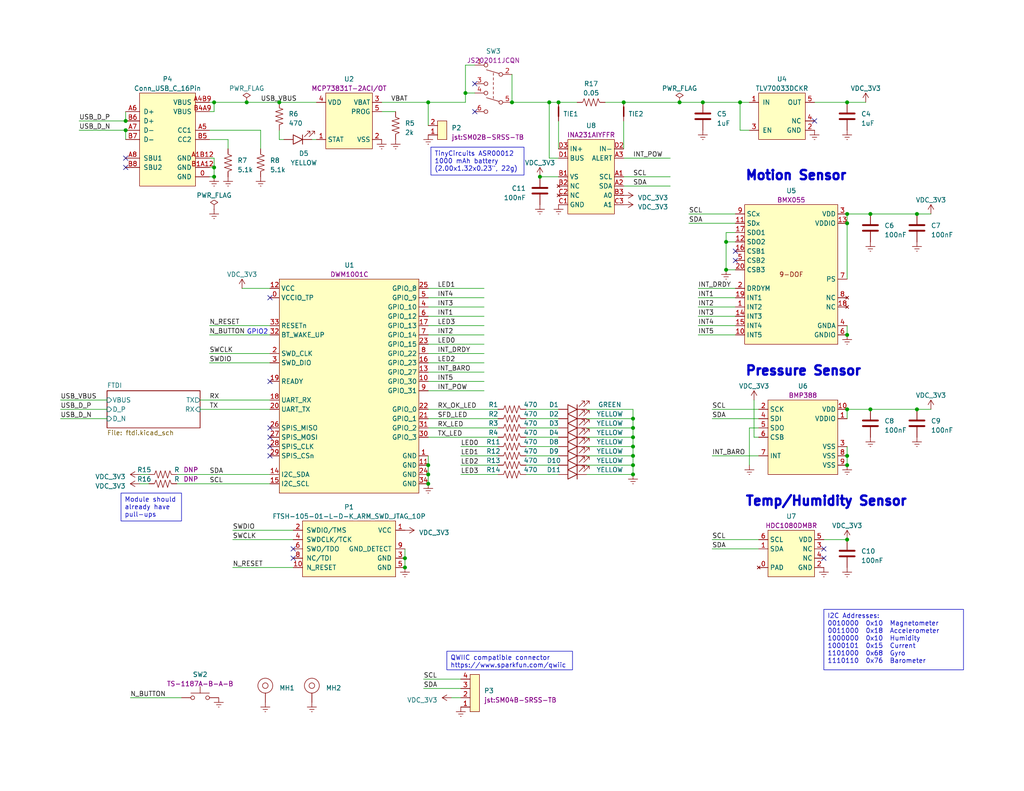
<source format=kicad_sch>
(kicad_sch (version 20221004) (generator eeschema)

  (uuid f1d4e98a-de78-428e-8964-579953189e39)

  (paper "USLetter")

  (title_block
    (title "${PROJECT_NAME}")
    (date "2022-09-27")
    (rev "${PCB_REVISION}")
    (company "Brendan Haines")
  )

  


  (junction (at 34.29 35.56) (diameter 0) (color 0 0 0 0)
    (uuid 04491a8a-bc3f-41bb-a025-edbcf7179e5b)
  )
  (junction (at 231.14 147.32) (diameter 0) (color 0 0 0 0)
    (uuid 2686ec44-8782-40fe-9aca-191813569eb3)
  )
  (junction (at 127 25.4) (diameter 0) (color 0 0 0 0)
    (uuid 295fdb34-fb31-4bfc-91af-0ea372b4a7cf)
  )
  (junction (at 116.84 132.08) (diameter 0) (color 0 0 0 0)
    (uuid 2ac3b076-8d01-4eeb-9a2a-437a5c513873)
  )
  (junction (at 58.42 27.94) (diameter 0) (color 0 0 0 0)
    (uuid 3da6b5e6-8a67-4ae6-bcfc-ef784b12778f)
  )
  (junction (at 110.49 152.4) (diameter 0) (color 0 0 0 0)
    (uuid 3dd7d49b-720a-40d9-bbe8-011f9ebe2c54)
  )
  (junction (at 172.72 121.92) (diameter 0) (color 0 0 0 0)
    (uuid 40daa979-d546-4564-bab7-299d58482b83)
  )
  (junction (at 198.12 66.04) (diameter 0) (color 0 0 0 0)
    (uuid 45ac43e1-4923-4bf3-be53-df9ace5650d2)
  )
  (junction (at 139.7 27.94) (diameter 0) (color 0 0 0 0)
    (uuid 4cfafd19-51b3-4af0-89f6-2be9d7349048)
  )
  (junction (at 172.72 114.3) (diameter 0) (color 0 0 0 0)
    (uuid 51499fa8-8995-4f33-a6fd-9ea0076d96b0)
  )
  (junction (at 250.19 111.76) (diameter 0) (color 0 0 0 0)
    (uuid 514bdfdc-5aa4-431f-b15f-4b2d5a164c22)
  )
  (junction (at 147.32 48.26) (diameter 0) (color 0 0 0 0)
    (uuid 5387d264-1dab-4fce-b424-4337fd857eb6)
  )
  (junction (at 231.14 27.94) (diameter 0) (color 0 0 0 0)
    (uuid 628a1e81-8c58-4697-aa4e-b249a662250b)
  )
  (junction (at 152.4 27.94) (diameter 0) (color 0 0 0 0)
    (uuid 710eb762-5c3f-4e51-b9e6-4695549f89d4)
  )
  (junction (at 67.31 27.94) (diameter 0) (color 0 0 0 0)
    (uuid 71b4495e-3e4f-4de8-89cd-3df3843928ea)
  )
  (junction (at 172.72 129.54) (diameter 0) (color 0 0 0 0)
    (uuid 7377639d-9e1c-4b2b-8532-999f576030d3)
  )
  (junction (at 116.84 27.94) (diameter 0) (color 0 0 0 0)
    (uuid 7665caf7-05c3-483a-8b13-4a7e49f580c2)
  )
  (junction (at 231.14 91.44) (diameter 0) (color 0 0 0 0)
    (uuid 76a23eaa-0d69-4252-a9db-8653067a07ce)
  )
  (junction (at 170.18 27.94) (diameter 0) (color 0 0 0 0)
    (uuid 79dde853-30c6-428e-b389-0dc2dcb67571)
  )
  (junction (at 116.84 129.54) (diameter 0) (color 0 0 0 0)
    (uuid 7cb38f5f-b070-49cb-834e-e855735dd326)
  )
  (junction (at 172.72 116.84) (diameter 0) (color 0 0 0 0)
    (uuid 7dfddb52-ffe9-4002-be3e-b928178cbbd7)
  )
  (junction (at 76.2 27.94) (diameter 0) (color 0 0 0 0)
    (uuid 7f3d787b-2d20-4b6e-a3ac-7a54f95879e6)
  )
  (junction (at 250.19 58.42) (diameter 0) (color 0 0 0 0)
    (uuid 8b2dac8e-4344-4963-b6cc-2a0b3bd00944)
  )
  (junction (at 237.49 58.42) (diameter 0) (color 0 0 0 0)
    (uuid 9076e36e-1b99-4777-8ca0-394669eab4e3)
  )
  (junction (at 172.72 119.38) (diameter 0) (color 0 0 0 0)
    (uuid 99856d00-dc20-4a32-99d0-7ffa10fddd41)
  )
  (junction (at 231.14 111.76) (diameter 0) (color 0 0 0 0)
    (uuid 9f228f28-e9b3-4557-9d09-5af6ea0e8827)
  )
  (junction (at 231.14 60.96) (diameter 0) (color 0 0 0 0)
    (uuid ac4a88ee-c912-4ba5-924a-e86a5ae4ab9d)
  )
  (junction (at 231.14 127) (diameter 0) (color 0 0 0 0)
    (uuid adf75bdd-9cd1-4462-9bfb-80fea736e5cf)
  )
  (junction (at 191.77 27.94) (diameter 0) (color 0 0 0 0)
    (uuid b5319f25-6947-4b6d-bbdf-a8183b4823db)
  )
  (junction (at 58.42 45.72) (diameter 0) (color 0 0 0 0)
    (uuid b85acc45-0032-48af-b96c-5ecb54050c8e)
  )
  (junction (at 231.14 58.42) (diameter 0) (color 0 0 0 0)
    (uuid c145c354-2926-4e8f-a4fa-116e24fb8ce0)
  )
  (junction (at 34.29 33.02) (diameter 0) (color 0 0 0 0)
    (uuid c5291a74-e767-4e13-a430-648a2602dd8c)
  )
  (junction (at 201.93 27.94) (diameter 0) (color 0 0 0 0)
    (uuid c599c97c-7b42-4bd0-9b4d-ef0134b4fb67)
  )
  (junction (at 198.12 73.66) (diameter 0) (color 0 0 0 0)
    (uuid c5d30896-4010-4b22-bd02-8201a48b408f)
  )
  (junction (at 231.14 124.46) (diameter 0) (color 0 0 0 0)
    (uuid c5e6a8ed-2cd3-430a-af47-443edc54e546)
  )
  (junction (at 58.42 48.26) (diameter 0) (color 0 0 0 0)
    (uuid cc6a9b85-7901-4a53-b43a-ea773715292b)
  )
  (junction (at 185.42 27.94) (diameter 0) (color 0 0 0 0)
    (uuid ce430f86-63ce-4df8-8304-90bd8cc05439)
  )
  (junction (at 172.72 124.46) (diameter 0) (color 0 0 0 0)
    (uuid da5fc16e-1409-4f04-bfa2-efe8677043fb)
  )
  (junction (at 237.49 111.76) (diameter 0) (color 0 0 0 0)
    (uuid dcfbcca9-9abb-431d-b2c8-18b798dd685c)
  )
  (junction (at 149.86 27.94) (diameter 0) (color 0 0 0 0)
    (uuid e481b7b6-bd98-4a6b-91d6-40e6e51f02fb)
  )
  (junction (at 172.72 127) (diameter 0) (color 0 0 0 0)
    (uuid f315846e-5458-48e2-b744-c7d492419b54)
  )
  (junction (at 116.84 127) (diameter 0) (color 0 0 0 0)
    (uuid fa86c2bd-98cd-45c7-9a11-ec756957825e)
  )
  (junction (at 110.49 154.94) (diameter 0) (color 0 0 0 0)
    (uuid fcfdaf33-bf15-4c6a-9310-5b24f281cee2)
  )

  (no_connect (at 129.54 30.48) (uuid 00890617-69d9-40a5-b205-cf48c9d2c337))
  (no_connect (at 73.66 121.92) (uuid 015fff28-8e89-4361-8d53-6ab6b19a7963))
  (no_connect (at 73.66 119.38) (uuid 01c5690e-c667-46d2-83cb-21f706634e2d))
  (no_connect (at 34.29 43.18) (uuid 09360bc4-9b5d-4523-bd76-9faec61edd40))
  (no_connect (at 34.29 45.72) (uuid 09360bc4-9b5d-4523-bd76-9faec61edd41))
  (no_connect (at 224.79 152.4) (uuid 18e4861b-5b14-43af-aa7e-bd6fbe67d806))
  (no_connect (at 129.54 22.86) (uuid 1dff7008-6572-4e66-820f-1f1b7cc7ed66))
  (no_connect (at 224.79 149.86) (uuid 41caee34-4f6c-47e7-aeaa-340d0cd0b1af))
  (no_connect (at 73.66 116.84) (uuid 4f02ef73-2b25-4d2b-809c-46fbd85a672d))
  (no_connect (at 73.66 104.14) (uuid 77a217b7-b6f4-4dc3-a46e-798075686406))
  (no_connect (at 73.66 81.28) (uuid 90d9073f-8d4a-4a80-841e-6f7e6c0b5b70))
  (no_connect (at 73.66 124.46) (uuid 980dacda-e6d8-48b5-85dd-08a3d9268870))
  (no_connect (at 200.66 71.12) (uuid c67061b9-6194-4e3e-9899-090ef74d732b))
  (no_connect (at 200.66 68.58) (uuid c67061b9-6194-4e3e-9899-090ef74d732c))
  (no_connect (at 80.01 149.86) (uuid d44135fa-129d-4bce-860b-e3da3f80d1da))
  (no_connect (at 80.01 152.4) (uuid d902cb2c-6a20-485a-8540-a759a872d25b))
  (no_connect (at 222.25 33.02) (uuid db0b7081-1c36-481f-ab07-2b88c03362d4))

  (wire (pts (xy 231.14 124.46) (xy 231.14 127))
    (stroke (width 0) (type default))
    (uuid 006b99e8-5986-415a-bb91-d4641151cd8e)
  )
  (wire (pts (xy 116.84 99.06) (xy 132.08 99.06))
    (stroke (width 0) (type default))
    (uuid 051f52e9-9585-469b-802e-6b77ff575e6c)
  )
  (wire (pts (xy 116.84 124.46) (xy 116.84 127))
    (stroke (width 0) (type default))
    (uuid 0691c371-ca0d-4f65-815a-51a5d5afa87e)
  )
  (wire (pts (xy 116.84 129.54) (xy 116.84 132.08))
    (stroke (width 0) (type default))
    (uuid 089343f8-b6f8-4331-807c-08d633ce8066)
  )
  (wire (pts (xy 250.19 58.42) (xy 254 58.42))
    (stroke (width 0) (type default))
    (uuid 0bf9b00b-6339-4026-840a-70f23044f4f7)
  )
  (wire (pts (xy 127 25.4) (xy 127 17.78))
    (stroke (width 0) (type default))
    (uuid 0ccdf54f-d0a4-4ecc-98f5-d334e7e8644b)
  )
  (wire (pts (xy 160.02 121.92) (xy 172.72 121.92))
    (stroke (width 0) (type default))
    (uuid 0dec0adb-6244-42ce-a413-2b597cb28654)
  )
  (wire (pts (xy 116.84 119.38) (xy 135.89 119.38))
    (stroke (width 0) (type default))
    (uuid 0ea54d64-84a4-4a86-bb3e-3fa1546ed9ea)
  )
  (wire (pts (xy 116.84 91.44) (xy 132.08 91.44))
    (stroke (width 0) (type default))
    (uuid 0f31d16a-9e11-4f15-b088-bef8f929f64c)
  )
  (wire (pts (xy 116.84 111.76) (xy 135.89 111.76))
    (stroke (width 0) (type default))
    (uuid 124ef24d-64f9-418d-9e95-c7871d53b05b)
  )
  (wire (pts (xy 231.14 58.42) (xy 237.49 58.42))
    (stroke (width 0) (type default))
    (uuid 13963879-ebea-48c8-86a0-cf4ef0e08f5d)
  )
  (wire (pts (xy 29.21 114.3) (xy 16.51 114.3))
    (stroke (width 0) (type default))
    (uuid 1415d156-63af-432a-a929-4e37ac72fb80)
  )
  (wire (pts (xy 185.42 27.94) (xy 191.77 27.94))
    (stroke (width 0) (type default))
    (uuid 14ef2644-b0d8-4b33-b39f-faf14464bfc7)
  )
  (wire (pts (xy 170.18 50.8) (xy 182.88 50.8))
    (stroke (width 0) (type default))
    (uuid 195596dd-fc70-4b2e-9849-91b6f191efbb)
  )
  (wire (pts (xy 170.18 27.94) (xy 185.42 27.94))
    (stroke (width 0) (type default))
    (uuid 1bc2ba08-bb92-4897-92dc-1c138b1f91e5)
  )
  (wire (pts (xy 231.14 111.76) (xy 231.14 114.3))
    (stroke (width 0) (type default))
    (uuid 1dcca400-c404-4749-b72c-b8a01b12107a)
  )
  (wire (pts (xy 172.72 121.92) (xy 172.72 124.46))
    (stroke (width 0) (type default))
    (uuid 1e6160ba-23fe-43cc-a593-076bf6112c1d)
  )
  (wire (pts (xy 116.84 78.74) (xy 132.08 78.74))
    (stroke (width 0) (type default))
    (uuid 2316c5c0-6f87-4383-ab60-df0c8229a826)
  )
  (wire (pts (xy 34.29 30.48) (xy 34.29 33.02))
    (stroke (width 0) (type default))
    (uuid 24624c4d-1fb0-4440-8686-dead8631416d)
  )
  (wire (pts (xy 237.49 111.76) (xy 250.19 111.76))
    (stroke (width 0) (type default))
    (uuid 2561f18d-103b-420a-aa8d-97039823f0d9)
  )
  (wire (pts (xy 104.14 30.48) (xy 107.95 30.48))
    (stroke (width 0) (type default))
    (uuid 293c8c48-3644-48af-8927-f045f702b6ef)
  )
  (wire (pts (xy 116.84 101.6) (xy 132.08 101.6))
    (stroke (width 0) (type default))
    (uuid 29a28a34-a31b-4f18-bdf5-7efac894065a)
  )
  (wire (pts (xy 57.15 30.48) (xy 58.42 30.48))
    (stroke (width 0) (type default))
    (uuid 2d577ff5-f708-43a5-a8d5-6bfe13413616)
  )
  (wire (pts (xy 160.02 119.38) (xy 172.72 119.38))
    (stroke (width 0) (type default))
    (uuid 2df729df-55e9-453b-8a8f-0f2f342378c8)
  )
  (wire (pts (xy 116.84 93.98) (xy 132.08 93.98))
    (stroke (width 0) (type default))
    (uuid 2f3658c9-7425-4aac-8eb3-ff889c0e9a6c)
  )
  (wire (pts (xy 58.42 43.18) (xy 58.42 45.72))
    (stroke (width 0) (type default))
    (uuid 3170cd5f-47f4-403c-a5c0-45cf111949eb)
  )
  (wire (pts (xy 143.51 121.92) (xy 152.4 121.92))
    (stroke (width 0) (type default))
    (uuid 333b494f-eb4e-40d7-b79e-6e6156c31cc5)
  )
  (wire (pts (xy 250.19 111.76) (xy 254 111.76))
    (stroke (width 0) (type default))
    (uuid 346dd347-8ad5-4a5e-bef4-74acb494fe7d)
  )
  (wire (pts (xy 207.01 119.38) (xy 205.74 119.38))
    (stroke (width 0) (type default))
    (uuid 35c71ff8-0d33-44fc-95ab-73be55f45c76)
  )
  (wire (pts (xy 149.86 27.94) (xy 152.4 27.94))
    (stroke (width 0) (type default))
    (uuid 35d33e7c-552a-41a8-a235-e1544388e4da)
  )
  (wire (pts (xy 190.5 78.74) (xy 200.66 78.74))
    (stroke (width 0) (type default))
    (uuid 374a8185-9227-485a-b45d-b63b4fb0150c)
  )
  (wire (pts (xy 198.12 66.04) (xy 200.66 66.04))
    (stroke (width 0) (type default))
    (uuid 377b4bb9-fcc3-477c-be1e-f85dd6417459)
  )
  (wire (pts (xy 231.14 58.42) (xy 231.14 60.96))
    (stroke (width 0) (type default))
    (uuid 385f0ca9-05a2-4d2d-8989-01aead8c3819)
  )
  (wire (pts (xy 116.84 106.68) (xy 132.08 106.68))
    (stroke (width 0) (type default))
    (uuid 38932cac-1f42-436e-9e00-4aa6d9c3a83b)
  )
  (wire (pts (xy 147.32 48.26) (xy 152.4 48.26))
    (stroke (width 0) (type default))
    (uuid 38acfb39-a5c7-4e2b-b599-8728c3970861)
  )
  (wire (pts (xy 160.02 111.76) (xy 172.72 111.76))
    (stroke (width 0) (type default))
    (uuid 3e1a0d92-071f-43ac-bf7d-9945072a5d2c)
  )
  (wire (pts (xy 127 25.4) (xy 127 27.94))
    (stroke (width 0) (type default))
    (uuid 3ecd231b-86b7-40fc-bbb6-4c637de881e3)
  )
  (wire (pts (xy 170.18 48.26) (xy 182.88 48.26))
    (stroke (width 0) (type default))
    (uuid 46bade87-e6c7-4660-9076-fd79328b52c4)
  )
  (wire (pts (xy 143.51 119.38) (xy 152.4 119.38))
    (stroke (width 0) (type default))
    (uuid 46d37eaa-b2f3-4797-a9cc-f002f46e80ef)
  )
  (wire (pts (xy 231.14 121.92) (xy 231.14 124.46))
    (stroke (width 0) (type default))
    (uuid 47f5f580-19fb-49fd-b302-5bb64cf0fec8)
  )
  (wire (pts (xy 236.22 27.94) (xy 231.14 27.94))
    (stroke (width 0) (type default))
    (uuid 4988e3ce-793e-4903-b263-3c01975f093b)
  )
  (wire (pts (xy 116.84 104.14) (xy 132.08 104.14))
    (stroke (width 0) (type default))
    (uuid 4aff6e53-ffc5-4529-a0d9-1b31e3c14ad6)
  )
  (wire (pts (xy 34.29 35.56) (xy 21.59 35.56))
    (stroke (width 0) (type default))
    (uuid 4bcee21a-e4a5-4c05-a8e2-8a6f3803c4fe)
  )
  (wire (pts (xy 237.49 58.42) (xy 250.19 58.42))
    (stroke (width 0) (type default))
    (uuid 4bf0bc3a-a04d-4d89-836f-f5fb5c12dc64)
  )
  (wire (pts (xy 172.72 116.84) (xy 172.72 119.38))
    (stroke (width 0) (type default))
    (uuid 4c779d40-dfd2-43db-bd34-47b0f9489af3)
  )
  (wire (pts (xy 116.84 27.94) (xy 116.84 34.29))
    (stroke (width 0) (type default))
    (uuid 4d025224-348b-4677-a71d-a446a932e3e1)
  )
  (wire (pts (xy 57.15 88.9) (xy 73.66 88.9))
    (stroke (width 0) (type default))
    (uuid 4d9d0be8-38f4-47cf-8dbf-b64660e113ae)
  )
  (wire (pts (xy 149.86 27.94) (xy 149.86 43.18))
    (stroke (width 0) (type default))
    (uuid 4fb0fc59-270e-4daf-945c-378904eab98a)
  )
  (wire (pts (xy 57.15 45.72) (xy 58.42 45.72))
    (stroke (width 0) (type default))
    (uuid 50669c7f-d69f-446c-a5a9-9344af804c7e)
  )
  (wire (pts (xy 57.15 99.06) (xy 73.66 99.06))
    (stroke (width 0) (type default))
    (uuid 546e743f-93a0-44ca-b905-fbc51db60e88)
  )
  (wire (pts (xy 80.01 154.94) (xy 63.5 154.94))
    (stroke (width 0) (type default))
    (uuid 5553b2cd-655d-4c0f-8a02-9f588362338b)
  )
  (wire (pts (xy 125.73 187.96) (xy 115.57 187.96))
    (stroke (width 0) (type default))
    (uuid 56745442-46aa-4efc-9512-fb9946dd5158)
  )
  (wire (pts (xy 143.51 124.46) (xy 152.4 124.46))
    (stroke (width 0) (type default))
    (uuid 5801d3ca-02eb-491f-bfc7-c934ab316884)
  )
  (wire (pts (xy 57.15 38.1) (xy 62.23 38.1))
    (stroke (width 0) (type default))
    (uuid 58b90446-0abf-45e0-a0da-9a4f770ce507)
  )
  (wire (pts (xy 116.84 81.28) (xy 132.08 81.28))
    (stroke (width 0) (type default))
    (uuid 59a0aacc-ead2-438a-85e9-d50a2cc1ea6b)
  )
  (wire (pts (xy 48.26 132.08) (xy 73.66 132.08))
    (stroke (width 0) (type default))
    (uuid 59c0391a-5ffb-4d21-b700-e0b04dee472e)
  )
  (wire (pts (xy 170.18 33.02) (xy 170.18 40.64))
    (stroke (width 0) (type default))
    (uuid 5b01f6be-a158-4d1a-b7be-fa9d6301132f)
  )
  (wire (pts (xy 125.73 124.46) (xy 135.89 124.46))
    (stroke (width 0) (type default))
    (uuid 5d6679b0-2ab9-4c2e-979c-112df00a200b)
  )
  (wire (pts (xy 80.01 147.32) (xy 63.5 147.32))
    (stroke (width 0) (type default))
    (uuid 5da2752a-175a-498e-9fcb-f682ffd33786)
  )
  (wire (pts (xy 160.02 127) (xy 172.72 127))
    (stroke (width 0) (type default))
    (uuid 5e5eeddb-c5d1-4740-906f-506df00001c3)
  )
  (wire (pts (xy 57.15 91.44) (xy 73.66 91.44))
    (stroke (width 0) (type default))
    (uuid 667f80b3-2c55-42d8-a73f-694bc1ac5eb3)
  )
  (wire (pts (xy 29.21 111.76) (xy 16.51 111.76))
    (stroke (width 0) (type default))
    (uuid 67e90ea8-9912-42f5-be2d-3fb69c11797b)
  )
  (wire (pts (xy 66.04 78.74) (xy 73.66 78.74))
    (stroke (width 0) (type default))
    (uuid 6c1a283e-9c1c-426c-8d08-9e9e197063dd)
  )
  (wire (pts (xy 172.72 124.46) (xy 172.72 127))
    (stroke (width 0) (type default))
    (uuid 6c72de92-f094-4f72-95bc-bd879a61bb05)
  )
  (wire (pts (xy 77.47 38.1) (xy 76.2 38.1))
    (stroke (width 0) (type default))
    (uuid 6ca30548-c4c2-436a-a2b4-6681d1290668)
  )
  (wire (pts (xy 116.84 116.84) (xy 135.89 116.84))
    (stroke (width 0) (type default))
    (uuid 6d27fdcb-d440-4248-8e0d-7dfa926cbb6c)
  )
  (wire (pts (xy 139.7 27.94) (xy 149.86 27.94))
    (stroke (width 0) (type default))
    (uuid 711a3986-8fec-4131-990f-66bd1381fa14)
  )
  (wire (pts (xy 194.31 114.3) (xy 207.01 114.3))
    (stroke (width 0) (type default))
    (uuid 71bcff73-6ded-45c2-8aa1-76573b0e2cae)
  )
  (wire (pts (xy 172.72 111.76) (xy 172.72 114.3))
    (stroke (width 0) (type default))
    (uuid 7280d379-7f3d-492b-bd97-8cbc7755e7c9)
  )
  (wire (pts (xy 152.4 43.18) (xy 149.86 43.18))
    (stroke (width 0) (type default))
    (uuid 75d7d212-260c-4566-9643-8eaafefb0d76)
  )
  (wire (pts (xy 57.15 43.18) (xy 58.42 43.18))
    (stroke (width 0) (type default))
    (uuid 75f8aa07-975c-405b-8695-9c8c668e09e8)
  )
  (wire (pts (xy 116.84 127) (xy 116.84 129.54))
    (stroke (width 0) (type default))
    (uuid 762cd5a9-c76f-46de-8cb0-4d60e67fc9ed)
  )
  (wire (pts (xy 125.73 190.5) (xy 123.19 190.5))
    (stroke (width 0) (type default))
    (uuid 7795f24c-30ed-4132-b24a-d3a7f75eaad7)
  )
  (wire (pts (xy 57.15 27.94) (xy 58.42 27.94))
    (stroke (width 0) (type default))
    (uuid 7817d9c7-167d-4949-9f47-31241430fa36)
  )
  (wire (pts (xy 143.51 114.3) (xy 152.4 114.3))
    (stroke (width 0) (type default))
    (uuid 7b15eea4-519d-4f0e-b7e7-8702e2d867a3)
  )
  (wire (pts (xy 58.42 45.72) (xy 58.42 48.26))
    (stroke (width 0) (type default))
    (uuid 7b4306a9-90a7-42f4-9719-45a89fcf4ded)
  )
  (wire (pts (xy 231.14 27.94) (xy 222.25 27.94))
    (stroke (width 0) (type default))
    (uuid 7bc9e204-90fe-431d-89f4-1735b8b798f6)
  )
  (wire (pts (xy 190.5 86.36) (xy 200.66 86.36))
    (stroke (width 0) (type default))
    (uuid 7c574d6e-99b6-4c45-a52d-48a44a03df0c)
  )
  (wire (pts (xy 160.02 124.46) (xy 172.72 124.46))
    (stroke (width 0) (type default))
    (uuid 837d7733-1a4d-4714-96ee-4bd7fc3af7b5)
  )
  (wire (pts (xy 231.14 88.9) (xy 231.14 91.44))
    (stroke (width 0) (type default))
    (uuid 86a0ac9a-b23e-404a-8b1f-ec59d9cf0452)
  )
  (wire (pts (xy 194.31 111.76) (xy 207.01 111.76))
    (stroke (width 0) (type default))
    (uuid 87befbaa-95fa-4dee-9a16-6eadd348826e)
  )
  (wire (pts (xy 125.73 127) (xy 135.89 127))
    (stroke (width 0) (type default))
    (uuid 87ca0b21-bbcb-4752-b5c4-f387df3edc82)
  )
  (wire (pts (xy 187.96 60.96) (xy 200.66 60.96))
    (stroke (width 0) (type default))
    (uuid 8ab30620-2191-4b3a-8ba3-a3f37d988207)
  )
  (wire (pts (xy 116.84 114.3) (xy 135.89 114.3))
    (stroke (width 0) (type default))
    (uuid 8b867045-2129-491a-ae82-d0592e2d85a0)
  )
  (wire (pts (xy 116.84 83.82) (xy 132.08 83.82))
    (stroke (width 0) (type default))
    (uuid 8bf4b467-5874-4644-8c60-19bdd0a1819a)
  )
  (wire (pts (xy 231.14 60.96) (xy 231.14 76.2))
    (stroke (width 0) (type default))
    (uuid 8c1b7ff6-f601-4160-9f00-0abdcab4b2d9)
  )
  (wire (pts (xy 198.12 73.66) (xy 200.66 73.66))
    (stroke (width 0) (type default))
    (uuid 8f877908-975b-43da-a032-d02e62dae4f8)
  )
  (wire (pts (xy 194.31 147.32) (xy 207.01 147.32))
    (stroke (width 0) (type default))
    (uuid 9070e887-4ced-42c1-9fe5-7a559ca92574)
  )
  (wire (pts (xy 224.79 147.32) (xy 231.14 147.32))
    (stroke (width 0) (type default))
    (uuid 90da2d05-6025-4f17-b26d-358fce2697fd)
  )
  (wire (pts (xy 204.47 116.84) (xy 204.47 127))
    (stroke (width 0) (type default))
    (uuid 90e32105-3bfc-4323-a14a-af7d144fd453)
  )
  (wire (pts (xy 205.74 109.22) (xy 205.74 119.38))
    (stroke (width 0) (type default))
    (uuid 910b8f80-3ca4-4f7f-a42e-0f4c6eadf997)
  )
  (wire (pts (xy 58.42 30.48) (xy 58.42 27.94))
    (stroke (width 0) (type default))
    (uuid 9319eecb-4840-47c3-b327-ee5c001aaae3)
  )
  (wire (pts (xy 191.77 27.94) (xy 201.93 27.94))
    (stroke (width 0) (type default))
    (uuid 932c62f6-d38b-4534-9920-6271b72becbf)
  )
  (wire (pts (xy 48.26 129.54) (xy 73.66 129.54))
    (stroke (width 0) (type default))
    (uuid 983f179c-1211-4176-9a07-1794a510139d)
  )
  (wire (pts (xy 190.5 83.82) (xy 200.66 83.82))
    (stroke (width 0) (type default))
    (uuid 98a4097d-0bd1-4816-8efa-f2c366ff0602)
  )
  (wire (pts (xy 172.72 129.54) (xy 172.72 127))
    (stroke (width 0) (type default))
    (uuid 9985cad9-4b48-4b3c-9f65-6ea3699e140b)
  )
  (wire (pts (xy 165.1 27.94) (xy 170.18 27.94))
    (stroke (width 0) (type default))
    (uuid 9c936b18-1cf5-44a9-b242-3bd0215b93d6)
  )
  (wire (pts (xy 76.2 38.1) (xy 76.2 35.56))
    (stroke (width 0) (type default))
    (uuid 9cdf52f9-4046-4d83-86b6-249d34e79b7d)
  )
  (wire (pts (xy 160.02 116.84) (xy 172.72 116.84))
    (stroke (width 0) (type default))
    (uuid 9cf07002-7324-4387-8030-512b55887a9e)
  )
  (wire (pts (xy 57.15 96.52) (xy 73.66 96.52))
    (stroke (width 0) (type default))
    (uuid 9da67a5f-8e72-4fae-a49d-a2f656e941ee)
  )
  (wire (pts (xy 116.84 27.94) (xy 127 27.94))
    (stroke (width 0) (type default))
    (uuid 9fe8df0b-633b-4846-b730-048fb52a4cbe)
  )
  (wire (pts (xy 207.01 116.84) (xy 204.47 116.84))
    (stroke (width 0) (type default))
    (uuid a1527490-1a1d-4228-84ab-b5b0c5687167)
  )
  (wire (pts (xy 71.12 40.64) (xy 71.12 35.56))
    (stroke (width 0) (type default))
    (uuid a2b8ddbb-c7e4-4c79-b1b6-5fa7cdb4e383)
  )
  (wire (pts (xy 152.4 27.94) (xy 157.48 27.94))
    (stroke (width 0) (type default))
    (uuid a5f01069-563d-4956-8596-246e2cc5f07c)
  )
  (wire (pts (xy 139.7 20.32) (xy 139.7 27.94))
    (stroke (width 0) (type default))
    (uuid a6d52033-b981-4465-abcb-1c8762ff2439)
  )
  (wire (pts (xy 58.42 27.94) (xy 67.31 27.94))
    (stroke (width 0) (type default))
    (uuid a7fdad2a-d20e-4f67-af09-daf5ee2ffddb)
  )
  (wire (pts (xy 16.51 109.22) (xy 29.21 109.22))
    (stroke (width 0) (type default))
    (uuid a9ca56dc-4411-4204-ad70-c70a031c9283)
  )
  (wire (pts (xy 160.02 114.3) (xy 172.72 114.3))
    (stroke (width 0) (type default))
    (uuid ab5c3d22-a2aa-4a58-a6bf-52af7631ba5a)
  )
  (wire (pts (xy 116.84 88.9) (xy 132.08 88.9))
    (stroke (width 0) (type default))
    (uuid ab6d2e17-3753-4c52-9923-cd54f1c69803)
  )
  (wire (pts (xy 125.73 129.54) (xy 135.89 129.54))
    (stroke (width 0) (type default))
    (uuid acda320d-4f23-4055-ba24-073900e6f67c)
  )
  (wire (pts (xy 104.14 27.94) (xy 116.84 27.94))
    (stroke (width 0) (type default))
    (uuid ad094b29-972f-4e41-8827-697b396d40bc)
  )
  (wire (pts (xy 190.5 81.28) (xy 200.66 81.28))
    (stroke (width 0) (type default))
    (uuid ad3b7469-2e1e-49e6-a193-64fb0436f041)
  )
  (wire (pts (xy 187.96 58.42) (xy 200.66 58.42))
    (stroke (width 0) (type default))
    (uuid af398bf6-afff-4b11-b016-b02a51873511)
  )
  (wire (pts (xy 116.84 96.52) (xy 132.08 96.52))
    (stroke (width 0) (type default))
    (uuid b0daca5b-6916-4793-a681-b55726e750a0)
  )
  (wire (pts (xy 143.51 116.84) (xy 152.4 116.84))
    (stroke (width 0) (type default))
    (uuid b21d5be5-15fc-43dd-8bdd-93203ae07e47)
  )
  (wire (pts (xy 58.42 48.26) (xy 57.15 48.26))
    (stroke (width 0) (type default))
    (uuid b3223b58-9d8f-464f-a219-804eea7aa2bf)
  )
  (wire (pts (xy 35.56 190.5) (xy 49.53 190.5))
    (stroke (width 0) (type default))
    (uuid b85abdcf-f792-4e7f-90a5-287c9a8fe395)
  )
  (wire (pts (xy 143.51 111.76) (xy 152.4 111.76))
    (stroke (width 0) (type default))
    (uuid bb844450-5f68-468e-bf3a-d0f3d1f80f8c)
  )
  (wire (pts (xy 110.49 149.86) (xy 110.49 152.4))
    (stroke (width 0) (type default))
    (uuid be46d6d5-9811-497a-a0b8-4e7049279dd6)
  )
  (wire (pts (xy 76.2 27.94) (xy 86.36 27.94))
    (stroke (width 0) (type default))
    (uuid c14f657d-5cc0-4984-a080-df70f4240ca4)
  )
  (wire (pts (xy 71.12 35.56) (xy 57.15 35.56))
    (stroke (width 0) (type default))
    (uuid c37f1626-e478-4ef9-a968-95e4da263e05)
  )
  (wire (pts (xy 194.31 149.86) (xy 207.01 149.86))
    (stroke (width 0) (type default))
    (uuid c3b765b3-8c78-408c-825a-dd55c6dbf794)
  )
  (wire (pts (xy 85.09 38.1) (xy 86.36 38.1))
    (stroke (width 0) (type default))
    (uuid c3fd91cf-4d2c-41b1-bd98-802b0b7e07fe)
  )
  (wire (pts (xy 125.73 185.42) (xy 115.57 185.42))
    (stroke (width 0) (type default))
    (uuid c40dd9c4-0895-4141-8f75-2e5ebe659678)
  )
  (wire (pts (xy 54.61 109.22) (xy 73.66 109.22))
    (stroke (width 0) (type default))
    (uuid c4f8047a-3b08-4c03-8884-f520cdede9b7)
  )
  (wire (pts (xy 116.84 86.36) (xy 132.08 86.36))
    (stroke (width 0) (type default))
    (uuid c83585bf-26c5-4833-9c03-06b13a64c470)
  )
  (wire (pts (xy 54.61 111.76) (xy 73.66 111.76))
    (stroke (width 0) (type default))
    (uuid c8df6d9a-599f-4906-9115-3047e79bc276)
  )
  (wire (pts (xy 62.23 38.1) (xy 62.23 40.64))
    (stroke (width 0) (type default))
    (uuid cea445b7-5adc-4570-a21b-97ba3ab4ddf0)
  )
  (wire (pts (xy 172.72 129.54) (xy 160.02 129.54))
    (stroke (width 0) (type default))
    (uuid cff97b9a-8270-4c71-8019-74d2a933a2d5)
  )
  (wire (pts (xy 201.93 27.94) (xy 201.93 35.56))
    (stroke (width 0) (type default))
    (uuid d173ec0c-4aae-4e98-aff1-73a3b71ae42a)
  )
  (wire (pts (xy 129.54 25.4) (xy 127 25.4))
    (stroke (width 0) (type default))
    (uuid d39acba1-a5bd-4db0-b6f9-db33c59e7e03)
  )
  (wire (pts (xy 194.31 124.46) (xy 207.01 124.46))
    (stroke (width 0) (type default))
    (uuid d3a3df06-5f15-475c-b7b2-75006ab16ae5)
  )
  (wire (pts (xy 190.5 88.9) (xy 200.66 88.9))
    (stroke (width 0) (type default))
    (uuid d3c73007-bfa5-4e1f-8b20-34f9f863e2fb)
  )
  (wire (pts (xy 34.29 33.02) (xy 21.59 33.02))
    (stroke (width 0) (type default))
    (uuid d7f1d9cb-6877-4a2b-8763-adf89ef9da02)
  )
  (wire (pts (xy 34.29 35.56) (xy 34.29 38.1))
    (stroke (width 0) (type default))
    (uuid d891d386-aec7-4e40-9ff9-13c460636edb)
  )
  (wire (pts (xy 143.51 129.54) (xy 152.4 129.54))
    (stroke (width 0) (type default))
    (uuid d8e82cac-bd96-4fa1-897e-8525758989de)
  )
  (wire (pts (xy 201.93 27.94) (xy 204.47 27.94))
    (stroke (width 0) (type default))
    (uuid d8fd46bb-2a21-4aa0-8e08-a22229e51194)
  )
  (wire (pts (xy 170.18 43.18) (xy 182.88 43.18))
    (stroke (width 0) (type default))
    (uuid da683cab-ebb6-4597-8655-20074ac90db0)
  )
  (wire (pts (xy 80.01 144.78) (xy 63.5 144.78))
    (stroke (width 0) (type default))
    (uuid db6d9d8b-2d5f-42f6-bd2d-ee4025a8e682)
  )
  (wire (pts (xy 38.1 129.54) (xy 40.64 129.54))
    (stroke (width 0) (type default))
    (uuid dbab5484-b861-4ccd-ad77-41db0ce5b1f8)
  )
  (wire (pts (xy 198.12 66.04) (xy 198.12 73.66))
    (stroke (width 0) (type default))
    (uuid dc3cd0eb-d0d8-44a4-9f05-851a06aeee5a)
  )
  (wire (pts (xy 125.73 121.92) (xy 135.89 121.92))
    (stroke (width 0) (type default))
    (uuid de460077-76c2-4392-92aa-d5bfdac354a1)
  )
  (wire (pts (xy 204.47 35.56) (xy 201.93 35.56))
    (stroke (width 0) (type default))
    (uuid dfcf2d83-2235-4322-a9cc-a9d708ce0861)
  )
  (wire (pts (xy 172.72 114.3) (xy 172.72 116.84))
    (stroke (width 0) (type default))
    (uuid e1eca6ac-cc75-4cba-871d-2f1546309a8b)
  )
  (wire (pts (xy 67.31 27.94) (xy 76.2 27.94))
    (stroke (width 0) (type default))
    (uuid e32c1b32-a9dd-40eb-ad74-d401e29d1499)
  )
  (wire (pts (xy 198.12 63.5) (xy 198.12 66.04))
    (stroke (width 0) (type default))
    (uuid e4e86465-9a82-447b-81be-e9ee7befd2c3)
  )
  (wire (pts (xy 38.1 132.08) (xy 40.64 132.08))
    (stroke (width 0) (type default))
    (uuid e72969bf-6cef-4606-8a34-6970f6b34600)
  )
  (wire (pts (xy 110.49 152.4) (xy 110.49 154.94))
    (stroke (width 0) (type default))
    (uuid ebd3fef8-6c38-453c-876c-602af43c5383)
  )
  (wire (pts (xy 190.5 91.44) (xy 200.66 91.44))
    (stroke (width 0) (type default))
    (uuid eff57a11-86d8-4dbc-8944-ca5a3d4af3a2)
  )
  (wire (pts (xy 127 17.78) (xy 129.54 17.78))
    (stroke (width 0) (type default))
    (uuid f0fb6154-0fe0-4502-b671-690a25fe43ee)
  )
  (wire (pts (xy 143.51 127) (xy 152.4 127))
    (stroke (width 0) (type default))
    (uuid f5370c30-6c62-446b-8f46-a581fa52e703)
  )
  (wire (pts (xy 172.72 119.38) (xy 172.72 121.92))
    (stroke (width 0) (type default))
    (uuid f6b69baa-7c2e-4f87-9091-319da44093c2)
  )
  (wire (pts (xy 231.14 111.76) (xy 237.49 111.76))
    (stroke (width 0) (type default))
    (uuid f71b608d-9f14-4e76-a2e8-6655402091f8)
  )
  (wire (pts (xy 200.66 63.5) (xy 198.12 63.5))
    (stroke (width 0) (type default))
    (uuid fa4a1e38-0b64-4334-9701-0ca710b9d378)
  )
  (wire (pts (xy 152.4 33.02) (xy 152.4 40.64))
    (stroke (width 0) (type default))
    (uuid ffaed5a2-8632-4349-8294-3e5e53a514f7)
  )

  (text_box "Module should already have pull-ups"
    (at 33.02 134.62 0) (size 16.51 7.62)
    (stroke (width 0) (type default))
    (fill (type none))
    (effects (font (size 1.27 1.27)) (justify left top))
    (uuid 1f63fcc5-8445-46b8-8bc5-4d8e642d9cb1)
  )
  (text_box "QWIIC compatible connector\nhttps://www.sparkfun.com/qwiic"
    (at 121.92 177.8 0) (size 34.29 5.08)
    (stroke (width 0) (type default))
    (fill (type none))
    (effects (font (size 1.27 1.27)) (justify left top))
    (uuid 45985931-ce43-4a6b-854b-521b9a255a3e)
  )
  (text_box "TinyCircuits ASR00012\n1000 mAh battery (2.00x1.32x0.23\", 22g)"
    (at 117.578 40.1745 0) (size 25.4 7.62)
    (stroke (width 0) (type default))
    (fill (type none))
    (effects (font (size 1.27 1.27)) (justify left top))
    (uuid 8ce6f4bd-b599-461a-a517-08764ad39a64)
  )
  (text_box "I2C Addresses:\n0010000  0x10  Magnetometer\n0011000  0x18  Accelerometer\n1000000  0x10  Humidity\n1000101  0x15  Current\n1101000  0x68  Gyro\n1110110  0x76  Barometer"
    (at 224.79 166.37 0) (size 38.1 16.51)
    (stroke (width 0) (type default))
    (fill (type none))
    (effects (font (size 1.27 1.27)) (justify left top))
    (uuid b0480418-656f-439e-969b-681017ab45df)
  )

  (text "Temp/Humidity Sensor" (at 203.2 138.43 0)
    (effects (font (size 2.54 2.54) (thickness 1.016) bold) (justify left bottom))
    (uuid 13e44669-0d7a-41a7-aa87-4dd8d1bb35a4)
  )
  (text "GPIO2" (at 67.31 91.44 0)
    (effects (font (size 1.27 1.27)) (justify left bottom))
    (uuid 21d5aca6-849e-48f8-acad-d7a7a2b56b36)
  )
  (text "Pressure Sensor" (at 203.2 102.87 0)
    (effects (font (size 2.54 2.54) (thickness 1.016) bold) (justify left bottom))
    (uuid 25a7f048-0745-42d7-ba3b-4b9ad2f3c2de)
  )
  (text "Motion Sensor" (at 203.2 49.53 0)
    (effects (font (size 2.54 2.54) (thickness 1.016) bold) (justify left bottom))
    (uuid fb2114ed-3e91-4efb-8c8d-b01430ed4e7c)
  )

  (label "SCL" (at 57.15 132.08 0) (fields_autoplaced)
    (effects (font (size 1.27 1.27)) (justify left bottom))
    (uuid 08799ca8-2296-4add-af34-af9fda224b29)
  )
  (label "TX_LED" (at 119.38 119.38 0) (fields_autoplaced)
    (effects (font (size 1.27 1.27)) (justify left bottom))
    (uuid 08e7443d-2e1d-44b2-b5f4-ce1148b73fc5)
  )
  (label "SDA" (at 194.31 149.86 0) (fields_autoplaced)
    (effects (font (size 1.27 1.27)) (justify left bottom))
    (uuid 0cf009c3-0c80-477c-bc4e-91b536dfb21a)
  )
  (label "LED0" (at 119.38 93.98 0) (fields_autoplaced)
    (effects (font (size 1.27 1.27)) (justify left bottom))
    (uuid 0d941a36-2662-4000-bf19-769b5b7126b6)
  )
  (label "INT1" (at 190.5 81.28 0) (fields_autoplaced)
    (effects (font (size 1.27 1.27)) (justify left bottom))
    (uuid 10409d2e-963c-4afd-97ab-08cfbf85edf3)
  )
  (label "SCL" (at 172.72 48.26 0) (fields_autoplaced)
    (effects (font (size 1.27 1.27)) (justify left bottom))
    (uuid 1e9f9ebe-7dd4-454a-93c8-aff951641724)
  )
  (label "LED1" (at 119.38 78.74 0) (fields_autoplaced)
    (effects (font (size 1.27 1.27)) (justify left bottom))
    (uuid 20433f95-edb1-4d6f-8f82-fe0f3b39af33)
  )
  (label "N_BUTTON" (at 35.56 190.5 0) (fields_autoplaced)
    (effects (font (size 1.27 1.27)) (justify left bottom))
    (uuid 20eaef9d-19f6-443e-83dc-bf8aea5fac27)
  )
  (label "INT_POW" (at 172.72 43.18 0) (fields_autoplaced)
    (effects (font (size 1.27 1.27)) (justify left bottom))
    (uuid 21d00285-fe79-41b5-8bfb-d63b50315b8f)
  )
  (label "SCL" (at 187.96 58.42 0) (fields_autoplaced)
    (effects (font (size 1.27 1.27)) (justify left bottom))
    (uuid 24e4f950-214c-4b9d-b24c-c0fda97b1e31)
  )
  (label "USB_VBUS" (at 71.12 27.94 0) (fields_autoplaced)
    (effects (font (size 1.27 1.27)) (justify left bottom))
    (uuid 2c2b1374-64f0-483f-a4f6-3ca9315e3deb)
  )
  (label "RX_LED" (at 119.38 116.84 0) (fields_autoplaced)
    (effects (font (size 1.27 1.27)) (justify left bottom))
    (uuid 2f2f7eb7-7d4c-407b-be65-e8939cef86bd)
  )
  (label "INT_DRDY" (at 119.38 96.52 0) (fields_autoplaced)
    (effects (font (size 1.27 1.27)) (justify left bottom))
    (uuid 3119aa54-6262-41f0-a7c7-8b88bf86d175)
  )
  (label "VBAT" (at 106.68 27.94 0) (fields_autoplaced)
    (effects (font (size 1.27 1.27)) (justify left bottom))
    (uuid 328f80d8-57a5-41c6-b625-657eb6df5ca4)
  )
  (label "LED3" (at 119.38 88.9 0) (fields_autoplaced)
    (effects (font (size 1.27 1.27)) (justify left bottom))
    (uuid 3beca4c9-5836-484e-bf8a-6b9fa9b37471)
  )
  (label "INT2" (at 190.5 83.82 0) (fields_autoplaced)
    (effects (font (size 1.27 1.27)) (justify left bottom))
    (uuid 3e2c156a-65d3-42d2-a841-a49ddc7a8c4c)
  )
  (label "N_BUTTON" (at 57.15 91.44 0) (fields_autoplaced)
    (effects (font (size 1.27 1.27)) (justify left bottom))
    (uuid 485eb361-55d0-4349-ac57-3778fd935ea9)
  )
  (label "RX" (at 57.15 109.22 0) (fields_autoplaced)
    (effects (font (size 1.27 1.27)) (justify left bottom))
    (uuid 4b585130-a83a-4292-8e61-704fa936ecda)
  )
  (label "USB_D_P" (at 21.59 33.02 0) (fields_autoplaced)
    (effects (font (size 1.27 1.27)) (justify left bottom))
    (uuid 4d5790af-2c05-4744-a21b-6de14c5d0cbf)
  )
  (label "LED2" (at 119.38 99.06 0) (fields_autoplaced)
    (effects (font (size 1.27 1.27)) (justify left bottom))
    (uuid 4f309205-b4a7-4fff-b0d3-1343c09674e0)
  )
  (label "SDA" (at 172.72 50.8 0) (fields_autoplaced)
    (effects (font (size 1.27 1.27)) (justify left bottom))
    (uuid 52826e4d-8575-4137-a47c-9c65dbacbad3)
  )
  (label "SWCLK" (at 63.5 147.32 0) (fields_autoplaced)
    (effects (font (size 1.27 1.27)) (justify left bottom))
    (uuid 544c1505-39e9-43b4-a5b9-7c443aeb4442)
  )
  (label "SDA" (at 194.31 114.3 0) (fields_autoplaced)
    (effects (font (size 1.27 1.27)) (justify left bottom))
    (uuid 5e25ce36-46e3-46f8-a84e-ee72905c3a89)
  )
  (label "INT_BARO" (at 119.38 101.6 0) (fields_autoplaced)
    (effects (font (size 1.27 1.27)) (justify left bottom))
    (uuid 5fa9fe90-c1f5-4d85-a511-4ff131b21878)
  )
  (label "INT4" (at 119.38 81.28 0) (fields_autoplaced)
    (effects (font (size 1.27 1.27)) (justify left bottom))
    (uuid 6486cee4-c59b-4ec7-b5a2-75adfaddfa37)
  )
  (label "SDA" (at 115.57 187.96 0) (fields_autoplaced)
    (effects (font (size 1.27 1.27)) (justify left bottom))
    (uuid 65b5296a-2575-481b-bd81-43e9b32dd711)
  )
  (label "SWCLK" (at 57.15 96.52 0) (fields_autoplaced)
    (effects (font (size 1.27 1.27)) (justify left bottom))
    (uuid 6f24bb5a-94c9-42e2-815e-c7317e5e847a)
  )
  (label "SDA" (at 187.96 60.96 0) (fields_autoplaced)
    (effects (font (size 1.27 1.27)) (justify left bottom))
    (uuid 73b3beb9-c7f6-43b6-a7cf-50e12b20eb38)
  )
  (label "INT2" (at 119.38 91.44 0) (fields_autoplaced)
    (effects (font (size 1.27 1.27)) (justify left bottom))
    (uuid 7859ba36-47f1-4856-86e3-b4bd6ba2aa65)
  )
  (label "LED1" (at 125.73 124.46 0) (fields_autoplaced)
    (effects (font (size 1.27 1.27)) (justify left bottom))
    (uuid 793f1e6d-dd0d-4aeb-a0bc-616fc9dece5f)
  )
  (label "SCL" (at 194.31 147.32 0) (fields_autoplaced)
    (effects (font (size 1.27 1.27)) (justify left bottom))
    (uuid 7a6b3bdc-466e-4369-a0a1-dda99b76a371)
  )
  (label "SCL" (at 194.31 111.76 0) (fields_autoplaced)
    (effects (font (size 1.27 1.27)) (justify left bottom))
    (uuid 7b2623b2-92fa-41f9-828a-9e8509f77a5a)
  )
  (label "INT4" (at 190.5 88.9 0) (fields_autoplaced)
    (effects (font (size 1.27 1.27)) (justify left bottom))
    (uuid 8268f06c-9c6b-4e25-8320-f10872285c98)
  )
  (label "INT5" (at 190.5 91.44 0) (fields_autoplaced)
    (effects (font (size 1.27 1.27)) (justify left bottom))
    (uuid 8ffff331-d1b8-4d52-a290-3f64c7c8937c)
  )
  (label "LED2" (at 125.73 127 0) (fields_autoplaced)
    (effects (font (size 1.27 1.27)) (justify left bottom))
    (uuid 922c0074-7159-443f-a815-6d29a6ae672c)
  )
  (label "N_RESET" (at 57.15 88.9 0) (fields_autoplaced)
    (effects (font (size 1.27 1.27)) (justify left bottom))
    (uuid 94528cd5-4118-4758-b6c2-0ed04d0d8176)
  )
  (label "INT1" (at 119.38 86.36 0) (fields_autoplaced)
    (effects (font (size 1.27 1.27)) (justify left bottom))
    (uuid 9853bdad-0dcc-4811-af10-0445bcec35e8)
  )
  (label "USB_VBUS" (at 16.51 109.22 0) (fields_autoplaced)
    (effects (font (size 1.27 1.27)) (justify left bottom))
    (uuid 9a23b953-9a5b-4a60-94fa-315b036e1328)
  )
  (label "RX_OK_LED" (at 119.38 111.76 0) (fields_autoplaced)
    (effects (font (size 1.27 1.27)) (justify left bottom))
    (uuid a0f5c9e1-46d6-46d4-9c9e-8324fb43e3d1)
  )
  (label "LED3" (at 125.73 129.54 0) (fields_autoplaced)
    (effects (font (size 1.27 1.27)) (justify left bottom))
    (uuid a29bf233-c0ed-4c5d-9368-9eb84a30bc74)
  )
  (label "SFD_LED" (at 119.38 114.3 0) (fields_autoplaced)
    (effects (font (size 1.27 1.27)) (justify left bottom))
    (uuid ba6e141d-f942-4da0-a6ca-d344c418cbaf)
  )
  (label "INT_DRDY" (at 190.5 78.74 0) (fields_autoplaced)
    (effects (font (size 1.27 1.27)) (justify left bottom))
    (uuid be7bf9f0-2666-45cc-a4cf-c3d52adf6235)
  )
  (label "USB_D_N" (at 16.51 114.3 0) (fields_autoplaced)
    (effects (font (size 1.27 1.27)) (justify left bottom))
    (uuid bf02efeb-1dc0-4339-88d9-f13a32542f68)
  )
  (label "SCL" (at 115.57 185.42 0) (fields_autoplaced)
    (effects (font (size 1.27 1.27)) (justify left bottom))
    (uuid bff40b54-7e1f-495c-b492-f07fbd13d5a1)
  )
  (label "INT_BARO" (at 194.31 124.46 0) (fields_autoplaced)
    (effects (font (size 1.27 1.27)) (justify left bottom))
    (uuid c1849377-1442-4a6a-95e5-5319e1273804)
  )
  (label "SWDIO" (at 63.5 144.78 0) (fields_autoplaced)
    (effects (font (size 1.27 1.27)) (justify left bottom))
    (uuid c6546706-f21a-4ec3-bb26-77c5589c40d7)
  )
  (label "USB_D_N" (at 21.59 35.56 0) (fields_autoplaced)
    (effects (font (size 1.27 1.27)) (justify left bottom))
    (uuid d0a0a9e1-19d5-4f84-8644-35beba8d4259)
  )
  (label "TX" (at 57.15 111.76 0) (fields_autoplaced)
    (effects (font (size 1.27 1.27)) (justify left bottom))
    (uuid d94c187c-5af7-4bee-8df5-28d3ddb31b60)
  )
  (label "INT3" (at 119.38 83.82 0) (fields_autoplaced)
    (effects (font (size 1.27 1.27)) (justify left bottom))
    (uuid dbcedfeb-bb24-4cd7-a519-86cf93e89efb)
  )
  (label "LED0" (at 125.73 121.92 0) (fields_autoplaced)
    (effects (font (size 1.27 1.27)) (justify left bottom))
    (uuid de387829-9350-4855-9531-e7060320daf5)
  )
  (label "INT5" (at 119.38 104.14 0) (fields_autoplaced)
    (effects (font (size 1.27 1.27)) (justify left bottom))
    (uuid e48b6a47-4a2d-4d73-9315-0285eb5f6505)
  )
  (label "N_RESET" (at 63.5 154.94 0) (fields_autoplaced)
    (effects (font (size 1.27 1.27)) (justify left bottom))
    (uuid ec3c5504-da44-4a4f-b28f-327d74490ad0)
  )
  (label "USB_D_P" (at 16.51 111.76 0) (fields_autoplaced)
    (effects (font (size 1.27 1.27)) (justify left bottom))
    (uuid ef5158dc-5df8-42e1-8b86-5cb7f21ac4d9)
  )
  (label "SDA" (at 57.15 129.54 0) (fields_autoplaced)
    (effects (font (size 1.27 1.27)) (justify left bottom))
    (uuid f7080950-0da0-4bf0-a91c-386b14681326)
  )
  (label "INT_POW" (at 119.38 106.68 0) (fields_autoplaced)
    (effects (font (size 1.27 1.27)) (justify left bottom))
    (uuid fa92ed39-5105-4b30-a165-a59c9dfcc7e3)
  )
  (label "INT3" (at 190.5 86.36 0) (fields_autoplaced)
    (effects (font (size 1.27 1.27)) (justify left bottom))
    (uuid fbeb3246-c1e8-45e6-8cfb-a18cba759477)
  )
  (label "SWDIO" (at 57.15 99.06 0) (fields_autoplaced)
    (effects (font (size 1.27 1.27)) (justify left bottom))
    (uuid ffc86a78-d39d-410b-95d2-e77ce8794f81)
  )

  (symbol (lib_id "bh:GND") (at 250.19 119.38 0) (unit 1)
    (in_bom yes) (on_board yes) (dnp no) (fields_autoplaced)
    (uuid 0723be87-b6be-41b7-98c4-ecb2393c3236)
    (property "Reference" "#PWR0133" (at 250.19 119.38 0)
      (effects (font (size 1.27 1.27)) hide)
    )
    (property "Value" "GND" (at 250.19 123.444 0)
      (effects (font (size 1.27 1.27)) hide)
    )
    (property "Footprint" "" (at 250.19 119.38 0)
      (effects (font (size 1.27 1.27)) hide)
    )
    (property "Datasheet" "" (at 250.19 119.38 0)
      (effects (font (size 1.27 1.27)) hide)
    )
    (pin "1" (uuid 176288d7-0ac1-45b9-92d8-e49b2a690772))
    (instances
      (project "mellifera"
        (path "/f1d4e98a-de78-428e-8964-579953189e39"
          (reference "#PWR0133") (unit 1) (value "GND") (footprint "")
        )
      )
    )
  )

  (symbol (lib_id "bh:R") (at 139.7 129.54 90) (unit 1)
    (in_bom yes) (on_board yes) (dnp no)
    (uuid 0871ea1e-c454-486c-88b1-f74ffb5c373b)
    (property "Reference" "R14" (at 134.62 128.27 90)
      (effects (font (size 1.27 1.27)))
    )
    (property "Value" "470" (at 144.78 128.27 90)
      (effects (font (size 1.27 1.27)))
    )
    (property "Footprint" "common:R0402" (at 139.7 129.54 0)
      (effects (font (size 1.27 1.27)) hide)
    )
    (property "Datasheet" "" (at 139.7 129.54 0)
      (effects (font (size 1.27 1.27)) hide)
    )
    (property "Manufacturer" "" (at 139.7 129.54 0)
      (effects (font (size 1.27 1.27)) hide)
    )
    (property "ManufacturerPartNumber" "" (at 139.7 129.54 0)
      (effects (font (size 1.27 1.27)) hide)
    )
    (property "Populate" "" (at 139.7 129.54 0)
      (effects (font (size 1.27 1.27)))
    )
    (property "FieldName" "Value" (at 139.7 129.54 0)
      (effects (font (size 1.27 1.27)) hide)
    )
    (property "LCSC" "" (at 139.7 129.54 0)
      (effects (font (size 1.27 1.27)) hide)
    )
    (pin "1" (uuid 19cd5193-edf8-46c1-abc0-5828ee7edada))
    (pin "2" (uuid 54e3305c-821d-48e1-bb56-07362b3dee83))
    (instances
      (project "mellifera"
        (path "/f1d4e98a-de78-428e-8964-579953189e39"
          (reference "R14") (unit 1) (value "470") (footprint "common:R0402")
        )
      )
    )
  )

  (symbol (lib_id "bh:PWR_FLAG") (at 67.31 27.94 0) (unit 1)
    (in_bom yes) (on_board yes) (dnp no) (fields_autoplaced)
    (uuid 0eaf7fc5-623a-4e2d-9e96-5514ef2280f5)
    (property "Reference" "#FLG0101" (at 67.31 26.035 0)
      (effects (font (size 1.27 1.27)) hide)
    )
    (property "Value" "PWR_FLAG" (at 67.31 24.13 0)
      (effects (font (size 1.27 1.27)))
    )
    (property "Footprint" "" (at 67.31 27.94 0)
      (effects (font (size 1.27 1.27)) hide)
    )
    (property "Datasheet" "~" (at 67.31 27.94 0)
      (effects (font (size 1.27 1.27)) hide)
    )
    (pin "1" (uuid 23172f59-1168-4ff1-ac7a-2aecaaa88e03))
    (instances
      (project "mellifera"
        (path "/f1d4e98a-de78-428e-8964-579953189e39"
          (reference "#FLG0101") (unit 1) (value "PWR_FLAG") (footprint "")
        )
      )
    )
  )

  (symbol (lib_id "bh:R") (at 139.7 119.38 90) (unit 1)
    (in_bom yes) (on_board yes) (dnp no)
    (uuid 184377ab-cbd7-4c73-8520-f5298f4caeb4)
    (property "Reference" "R4" (at 134.62 118.11 90)
      (effects (font (size 1.27 1.27)))
    )
    (property "Value" "470" (at 144.78 118.11 90)
      (effects (font (size 1.27 1.27)))
    )
    (property "Footprint" "common:R0402" (at 139.7 119.38 0)
      (effects (font (size 1.27 1.27)) hide)
    )
    (property "Datasheet" "" (at 139.7 119.38 0)
      (effects (font (size 1.27 1.27)) hide)
    )
    (property "Manufacturer" "" (at 139.7 119.38 0)
      (effects (font (size 1.27 1.27)) hide)
    )
    (property "ManufacturerPartNumber" "" (at 139.7 119.38 0)
      (effects (font (size 1.27 1.27)) hide)
    )
    (property "Populate" "" (at 139.7 119.38 0)
      (effects (font (size 1.27 1.27)))
    )
    (property "FieldName" "Value" (at 139.7 119.38 0)
      (effects (font (size 1.27 1.27)) hide)
    )
    (property "LCSC" "" (at 139.7 119.38 0)
      (effects (font (size 1.27 1.27)) hide)
    )
    (pin "1" (uuid c5cada3d-7a0b-4a8a-a700-edbbb550154a))
    (pin "2" (uuid 014dc219-46f5-40ee-8082-ed93c6a09832))
    (instances
      (project "mellifera"
        (path "/f1d4e98a-de78-428e-8964-579953189e39"
          (reference "R4") (unit 1) (value "470") (footprint "common:R0402")
        )
      )
    )
  )

  (symbol (lib_id "bh:NET_TIE") (at 170.18 30.48 90) (unit 1)
    (in_bom no) (on_board yes) (dnp no) (fields_autoplaced)
    (uuid 1a6427fb-ee83-4785-8a92-b2caad58e9ca)
    (property "Reference" "TIE2" (at 171.45 31.115 90)
      (effects (font (size 1.27 1.27)) (justify right))
    )
    (property "Value" "NET_TIE" (at 170.18 30.48 0)
      (effects (font (size 1.27 1.27)) hide)
    )
    (property "Footprint" "common:TIE_5X5" (at 170.18 30.48 0)
      (effects (font (size 1.27 1.27)) hide)
    )
    (property "Datasheet" "" (at 170.18 30.48 0)
      (effects (font (size 1.27 1.27)) hide)
    )
    (property "LCSC" "" (at 170.18 30.48 0)
      (effects (font (size 1.27 1.27)) hide)
    )
    (pin "1" (uuid 3afe272c-fd1f-4a3e-a4a5-fee82fdcbdb0))
    (pin "2" (uuid 47bfa582-dbd8-4443-b8b1-0b4dbcd7e4f0))
    (instances
      (project "mellifera"
        (path "/f1d4e98a-de78-428e-8964-579953189e39"
          (reference "TIE2") (unit 1) (value "NET_TIE") (footprint "common:TIE_5X5")
        )
      )
    )
  )

  (symbol (lib_id "bh:R") (at 139.7 111.76 90) (unit 1)
    (in_bom yes) (on_board yes) (dnp no)
    (uuid 1bedfdc9-e4bd-4c6a-a1ed-d8dae4a9cc51)
    (property "Reference" "R1" (at 134.62 110.49 90)
      (effects (font (size 1.27 1.27)))
    )
    (property "Value" "470" (at 144.78 110.49 90)
      (effects (font (size 1.27 1.27)))
    )
    (property "Footprint" "common:R0402" (at 139.7 111.76 0)
      (effects (font (size 1.27 1.27)) hide)
    )
    (property "Datasheet" "" (at 139.7 111.76 0)
      (effects (font (size 1.27 1.27)) hide)
    )
    (property "Manufacturer" "" (at 139.7 111.76 0)
      (effects (font (size 1.27 1.27)) hide)
    )
    (property "ManufacturerPartNumber" "" (at 139.7 111.76 0)
      (effects (font (size 1.27 1.27)) hide)
    )
    (property "Populate" "" (at 139.7 111.76 0)
      (effects (font (size 1.27 1.27)))
    )
    (property "FieldName" "Value" (at 139.7 111.76 0)
      (effects (font (size 1.27 1.27)) hide)
    )
    (property "LCSC" "" (at 139.7 111.76 0)
      (effects (font (size 1.27 1.27)) hide)
    )
    (pin "1" (uuid 018d8681-79f0-43af-b782-ce00a85eb408))
    (pin "2" (uuid b684f4a7-9e10-43ba-920d-dda572762b46))
    (instances
      (project "mellifera"
        (path "/f1d4e98a-de78-428e-8964-579953189e39"
          (reference "R1") (unit 1) (value "470") (footprint "common:R0402")
        )
      )
    )
  )

  (symbol (lib_id "bh:C") (at 231.14 151.13 0) (unit 1)
    (in_bom yes) (on_board yes) (dnp no) (fields_autoplaced)
    (uuid 203ac356-70a7-4d21-b0ac-8ccd71c3af81)
    (property "Reference" "C10" (at 234.95 150.495 0)
      (effects (font (size 1.27 1.27)) (justify left))
    )
    (property "Value" "100nF" (at 234.95 153.035 0)
      (effects (font (size 1.27 1.27)) (justify left))
    )
    (property "Footprint" "common:C0402" (at 231.14 151.13 0)
      (effects (font (size 1.27 1.27)) hide)
    )
    (property "Datasheet" "" (at 231.775 148.59 0)
      (effects (font (size 1.27 1.27)) hide)
    )
    (property "Manufacturer" "" (at 231.14 151.13 0)
      (effects (font (size 1.27 1.27)) hide)
    )
    (property "ManufacturerPartNumber" "" (at 231.14 151.13 0)
      (effects (font (size 1.27 1.27)) hide)
    )
    (property "Populate" "" (at 231.14 151.13 0)
      (effects (font (size 1.27 1.27)))
    )
    (property "FieldName" "Value" (at 231.14 151.13 0)
      (effects (font (size 1.27 1.27)) hide)
    )
    (property "LCSC" "" (at 231.14 151.13 0)
      (effects (font (size 1.27 1.27)) hide)
    )
    (pin "1" (uuid f7d26466-d320-4e27-a4db-db0d539f16b4))
    (pin "2" (uuid a820f96f-11b1-4277-98cb-d5c1ec281943))
    (instances
      (project "mellifera"
        (path "/f1d4e98a-de78-428e-8964-579953189e39"
          (reference "C10") (unit 1) (value "100nF") (footprint "common:C0402")
        )
      )
    )
  )

  (symbol (lib_id "bh:GND") (at 231.14 91.44 0) (unit 1)
    (in_bom yes) (on_board yes) (dnp no) (fields_autoplaced)
    (uuid 243b07d2-687a-4b2a-9133-ee94701350d1)
    (property "Reference" "#PWR0106" (at 231.14 91.44 0)
      (effects (font (size 1.27 1.27)) hide)
    )
    (property "Value" "GND" (at 231.14 95.504 0)
      (effects (font (size 1.27 1.27)) hide)
    )
    (property "Footprint" "" (at 231.14 91.44 0)
      (effects (font (size 1.27 1.27)) hide)
    )
    (property "Datasheet" "" (at 231.14 91.44 0)
      (effects (font (size 1.27 1.27)) hide)
    )
    (pin "1" (uuid 7f8a6b31-e401-4a15-9749-91f042118575))
    (instances
      (project "mellifera"
        (path "/f1d4e98a-de78-428e-8964-579953189e39"
          (reference "#PWR0106") (unit 1) (value "GND") (footprint "")
        )
      )
    )
  )

  (symbol (lib_id "bh:R") (at 107.95 34.29 0) (unit 1)
    (in_bom yes) (on_board yes) (dnp no) (fields_autoplaced)
    (uuid 2943b3f7-f5a3-48cf-be05-d255ca8de00a)
    (property "Reference" "R5" (at 110.49 33.655 0)
      (effects (font (size 1.27 1.27)) (justify left))
    )
    (property "Value" "2k" (at 110.49 36.195 0)
      (effects (font (size 1.27 1.27)) (justify left))
    )
    (property "Footprint" "common:R0402" (at 107.95 34.29 0)
      (effects (font (size 1.27 1.27)) hide)
    )
    (property "Datasheet" "" (at 107.95 34.29 0)
      (effects (font (size 1.27 1.27)) hide)
    )
    (property "Manufacturer" "" (at 107.95 34.29 0)
      (effects (font (size 1.27 1.27)) hide)
    )
    (property "ManufacturerPartNumber" "" (at 107.95 34.29 0)
      (effects (font (size 1.27 1.27)) hide)
    )
    (property "Populate" "" (at 107.95 34.29 0)
      (effects (font (size 1.27 1.27)))
    )
    (property "FieldName" "Value" (at 107.95 34.29 0)
      (effects (font (size 1.27 1.27)) hide)
    )
    (property "LCSC" "" (at 107.95 34.29 0)
      (effects (font (size 1.27 1.27)) hide)
    )
    (pin "1" (uuid 6bd1d21b-218a-42fa-88d4-6349dcb54836))
    (pin "2" (uuid f5dc6839-5aee-4636-9864-71e2858ae417))
    (instances
      (project "mellifera"
        (path "/f1d4e98a-de78-428e-8964-579953189e39"
          (reference "R5") (unit 1) (value "2k") (footprint "common:R0402")
        )
      )
    )
  )

  (symbol (lib_id "bh:VDC_3V3") (at 254 58.42 0) (unit 1)
    (in_bom yes) (on_board yes) (dnp no) (fields_autoplaced)
    (uuid 2b9c1e2b-deed-419d-9f71-a34f9f1a7fd6)
    (property "Reference" "#PWR0121" (at 254 58.42 0)
      (effects (font (size 1.27 1.27)) hide)
    )
    (property "Value" "VDC_3V3" (at 254 54.61 0)
      (effects (font (size 1.27 1.27)))
    )
    (property "Footprint" "" (at 254 58.42 0)
      (effects (font (size 1.27 1.27)) hide)
    )
    (property "Datasheet" "" (at 254 58.42 0)
      (effects (font (size 1.27 1.27)) hide)
    )
    (pin "1" (uuid d6e32dfb-fb83-43b5-ac19-7e032142f7d4))
    (instances
      (project "mellifera"
        (path "/f1d4e98a-de78-428e-8964-579953189e39"
          (reference "#PWR0121") (unit 1) (value "VDC_3V3") (footprint "")
        )
      )
    )
  )

  (symbol (lib_id "bh:Mounting_Hole") (at 72.39 191.77 0) (unit 1)
    (in_bom no) (on_board yes) (dnp no) (fields_autoplaced)
    (uuid 2bb20071-7f38-4696-ab94-bc21451c9c1a)
    (property "Reference" "MH1" (at 76.2 187.833 0)
      (effects (font (size 1.27 1.27)) (justify left))
    )
    (property "Value" "Mounting_Hole" (at 72.39 184.15 0)
      (effects (font (size 1.27 1.27)) hide)
    )
    (property "Footprint" "common:MH120X230_#4" (at 77.47 191.77 0)
      (effects (font (size 1.27 1.27)) hide)
    )
    (property "Datasheet" "" (at 77.47 191.77 0)
      (effects (font (size 1.27 1.27)) hide)
    )
    (property "LCSC" "" (at 72.39 191.77 0)
      (effects (font (size 1.27 1.27)) hide)
    )
    (pin "1" (uuid 83bbb8fc-a094-436e-82bd-6f224c763025))
    (instances
      (project "mellifera"
        (path "/f1d4e98a-de78-428e-8964-579953189e39"
          (reference "MH1") (unit 1) (value "Mounting_Hole") (footprint "common:MH120X230_#4")
        )
      )
    )
  )

  (symbol (lib_id "bh:VDC_3V3") (at 38.1 129.54 90) (unit 1)
    (in_bom yes) (on_board yes) (dnp no) (fields_autoplaced)
    (uuid 317f889f-d254-4e51-a8de-a885f7532ba0)
    (property "Reference" "#PWR0125" (at 38.1 129.54 0)
      (effects (font (size 1.27 1.27)) hide)
    )
    (property "Value" "VDC_3V3" (at 34.29 130.175 90)
      (effects (font (size 1.27 1.27)) (justify left))
    )
    (property "Footprint" "" (at 38.1 129.54 0)
      (effects (font (size 1.27 1.27)) hide)
    )
    (property "Datasheet" "" (at 38.1 129.54 0)
      (effects (font (size 1.27 1.27)) hide)
    )
    (pin "1" (uuid 6a2d357c-2f3d-4020-9182-ea489f55bd3c))
    (instances
      (project "mellifera"
        (path "/f1d4e98a-de78-428e-8964-579953189e39"
          (reference "#PWR0125") (unit 1) (value "VDC_3V3") (footprint "")
        )
      )
    )
  )

  (symbol (lib_id "bh:MCP73831T-2ACI/OT") (at 88.9 25.4 0) (unit 1)
    (in_bom yes) (on_board yes) (dnp no) (fields_autoplaced)
    (uuid 340dbc92-6384-49ae-bc4d-be88da3e4f43)
    (property "Reference" "U2" (at 95.25 21.59 0)
      (effects (font (size 1.27 1.27)))
    )
    (property "Value" "~" (at 88.9 25.4 0)
      (effects (font (size 1.27 1.27)) hide)
    )
    (property "Footprint" "common:SOT-23-5" (at 88.9 25.4 0)
      (effects (font (size 1.27 1.27)) hide)
    )
    (property "Datasheet" "https://ww1.microchip.com/downloads/en/DeviceDoc/MCP73831-Family-Data-Sheet-DS20001984H.pdf" (at 88.9 25.4 0)
      (effects (font (size 1.27 1.27)) hide)
    )
    (property "Manufacturer" "Microchip Technology" (at 88.9 25.4 0)
      (effects (font (size 1.27 1.27)) hide)
    )
    (property "ManufacturerPartNumber" "MCP73831T-2ACI/OT" (at 95.25 24.13 0)
      (effects (font (size 1.27 1.27)))
    )
    (property "LCSC" "C424093" (at 88.9 25.4 0)
      (effects (font (size 1.27 1.27)) hide)
    )
    (pin "1" (uuid 706b791a-843c-43a0-9fb9-b2dac471944a))
    (pin "2" (uuid 7cc6fb79-c426-41d2-80fd-c40ab58280eb))
    (pin "3" (uuid d7d8800a-9267-485a-b7b8-37a1b11f6f58))
    (pin "4" (uuid c6a9d69f-d4f2-4952-8e6d-8b5a8bc26f01))
    (pin "5" (uuid 982a6c0d-acbd-4da0-bd15-ee1d957189e7))
    (instances
      (project "mellifera"
        (path "/f1d4e98a-de78-428e-8964-579953189e39"
          (reference "U2") (unit 1) (value "~") (footprint "common:SOT-23-5")
        )
      )
    )
  )

  (symbol (lib_id "bh:R") (at 139.7 114.3 90) (unit 1)
    (in_bom yes) (on_board yes) (dnp no)
    (uuid 3dad2cfc-4fe8-4e48-ab97-7876bc1897e0)
    (property "Reference" "R2" (at 134.62 113.03 90)
      (effects (font (size 1.27 1.27)))
    )
    (property "Value" "470" (at 144.78 113.03 90)
      (effects (font (size 1.27 1.27)))
    )
    (property "Footprint" "common:R0402" (at 139.7 114.3 0)
      (effects (font (size 1.27 1.27)) hide)
    )
    (property "Datasheet" "" (at 139.7 114.3 0)
      (effects (font (size 1.27 1.27)) hide)
    )
    (property "Manufacturer" "" (at 139.7 114.3 0)
      (effects (font (size 1.27 1.27)) hide)
    )
    (property "ManufacturerPartNumber" "" (at 139.7 114.3 0)
      (effects (font (size 1.27 1.27)) hide)
    )
    (property "Populate" "" (at 139.7 114.3 0)
      (effects (font (size 1.27 1.27)))
    )
    (property "FieldName" "Value" (at 139.7 114.3 0)
      (effects (font (size 1.27 1.27)) hide)
    )
    (property "LCSC" "" (at 139.7 114.3 0)
      (effects (font (size 1.27 1.27)) hide)
    )
    (pin "1" (uuid e19fd75f-e093-45a3-aa97-92cdbc13fb14))
    (pin "2" (uuid df2e203a-9b75-4e0c-acf2-bebc3a093a78))
    (instances
      (project "mellifera"
        (path "/f1d4e98a-de78-428e-8964-579953189e39"
          (reference "R2") (unit 1) (value "470") (footprint "common:R0402")
        )
      )
    )
  )

  (symbol (lib_id "bh:GND") (at 224.79 154.94 0) (unit 1)
    (in_bom yes) (on_board yes) (dnp no) (fields_autoplaced)
    (uuid 49b528d2-a6ba-46c5-a88d-e7c9192971d0)
    (property "Reference" "#PWR0130" (at 224.79 154.94 0)
      (effects (font (size 1.27 1.27)) hide)
    )
    (property "Value" "GND" (at 224.79 159.004 0)
      (effects (font (size 1.27 1.27)) hide)
    )
    (property "Footprint" "" (at 224.79 154.94 0)
      (effects (font (size 1.27 1.27)) hide)
    )
    (property "Datasheet" "" (at 224.79 154.94 0)
      (effects (font (size 1.27 1.27)) hide)
    )
    (pin "1" (uuid 21ee3113-2621-438c-9331-00a3a42b4539))
    (instances
      (project "mellifera"
        (path "/f1d4e98a-de78-428e-8964-579953189e39"
          (reference "#PWR0130") (unit 1) (value "GND") (footprint "")
        )
      )
    )
  )

  (symbol (lib_id "bh:Mounting_Hole") (at 85.09 191.77 0) (unit 1)
    (in_bom no) (on_board yes) (dnp no) (fields_autoplaced)
    (uuid 4e7707d4-2ed8-43e7-975c-9718d8d9054a)
    (property "Reference" "MH2" (at 88.9 187.833 0)
      (effects (font (size 1.27 1.27)) (justify left))
    )
    (property "Value" "Mounting_Hole" (at 85.09 184.15 0)
      (effects (font (size 1.27 1.27)) hide)
    )
    (property "Footprint" "common:MH120X230_#4" (at 90.17 191.77 0)
      (effects (font (size 1.27 1.27)) hide)
    )
    (property "Datasheet" "" (at 90.17 191.77 0)
      (effects (font (size 1.27 1.27)) hide)
    )
    (property "LCSC" "" (at 85.09 191.77 0)
      (effects (font (size 1.27 1.27)) hide)
    )
    (pin "1" (uuid 9118ee28-bbd3-48d2-b365-e3f7bd4350e9))
    (instances
      (project "mellifera"
        (path "/f1d4e98a-de78-428e-8964-579953189e39"
          (reference "MH2") (unit 1) (value "Mounting_Hole") (footprint "common:MH120X230_#4")
        )
      )
    )
  )

  (symbol (lib_id "bh:VDC_3V3") (at 236.22 27.94 0) (unit 1)
    (in_bom yes) (on_board yes) (dnp no) (fields_autoplaced)
    (uuid 52708c12-67d5-4c21-b369-655fd7c2c8fa)
    (property "Reference" "#PWR0135" (at 236.22 27.94 0)
      (effects (font (size 1.27 1.27)) hide)
    )
    (property "Value" "VDC_3V3" (at 236.22 24.13 0)
      (effects (font (size 1.27 1.27)))
    )
    (property "Footprint" "" (at 236.22 27.94 0)
      (effects (font (size 1.27 1.27)) hide)
    )
    (property "Datasheet" "" (at 236.22 27.94 0)
      (effects (font (size 1.27 1.27)) hide)
    )
    (pin "1" (uuid b8a8e0da-e36b-47c2-87a9-e75870ef6ce0))
    (instances
      (project "mellifera"
        (path "/f1d4e98a-de78-428e-8964-579953189e39"
          (reference "#PWR0135") (unit 1) (value "VDC_3V3") (footprint "")
        )
      )
    )
  )

  (symbol (lib_id "bh:VDC_3V3") (at 170.18 55.88 270) (unit 1)
    (in_bom yes) (on_board yes) (dnp no) (fields_autoplaced)
    (uuid 5ea0b265-d17c-4037-b4bb-983706960cc2)
    (property "Reference" "#PWR0144" (at 170.18 55.88 0)
      (effects (font (size 1.27 1.27)) hide)
    )
    (property "Value" "VDC_3V3" (at 173.99 56.515 90)
      (effects (font (size 1.27 1.27)) (justify left))
    )
    (property "Footprint" "" (at 170.18 55.88 0)
      (effects (font (size 1.27 1.27)) hide)
    )
    (property "Datasheet" "" (at 170.18 55.88 0)
      (effects (font (size 1.27 1.27)) hide)
    )
    (pin "1" (uuid 138785d9-3352-409c-821e-8f5ad7ee486a))
    (instances
      (project "mellifera"
        (path "/f1d4e98a-de78-428e-8964-579953189e39"
          (reference "#PWR0144") (unit 1) (value "VDC_3V3") (footprint "")
        )
      )
    )
  )

  (symbol (lib_id "bh:NET_TIE") (at 152.4 30.48 90) (unit 1)
    (in_bom no) (on_board yes) (dnp no) (fields_autoplaced)
    (uuid 62326b98-17fc-4c39-865b-a24970b839e0)
    (property "Reference" "TIE1" (at 153.67 31.115 90)
      (effects (font (size 1.27 1.27)) (justify right))
    )
    (property "Value" "NET_TIE" (at 152.4 30.48 0)
      (effects (font (size 1.27 1.27)) hide)
    )
    (property "Footprint" "common:TIE_5X5" (at 152.4 30.48 0)
      (effects (font (size 1.27 1.27)) hide)
    )
    (property "Datasheet" "" (at 152.4 30.48 0)
      (effects (font (size 1.27 1.27)) hide)
    )
    (property "LCSC" "" (at 152.4 30.48 0)
      (effects (font (size 1.27 1.27)) hide)
    )
    (pin "1" (uuid e0ee6460-12c7-4512-a55a-8998ee578aa6))
    (pin "2" (uuid 72b93b82-dd07-46d7-8672-9024bfa38318))
    (instances
      (project "mellifera"
        (path "/f1d4e98a-de78-428e-8964-579953189e39"
          (reference "TIE1") (unit 1) (value "NET_TIE") (footprint "common:TIE_5X5")
        )
      )
    )
  )

  (symbol (lib_id "bh:C") (at 250.19 62.23 0) (unit 1)
    (in_bom yes) (on_board yes) (dnp no) (fields_autoplaced)
    (uuid 6379d48a-b48b-4fcb-b9b4-44aaf56e151c)
    (property "Reference" "C7" (at 254 61.595 0)
      (effects (font (size 1.27 1.27)) (justify left))
    )
    (property "Value" "100nF" (at 254 64.135 0)
      (effects (font (size 1.27 1.27)) (justify left))
    )
    (property "Footprint" "common:C0402" (at 250.19 62.23 0)
      (effects (font (size 1.27 1.27)) hide)
    )
    (property "Datasheet" "" (at 250.825 59.69 0)
      (effects (font (size 1.27 1.27)) hide)
    )
    (property "Manufacturer" "" (at 250.19 62.23 0)
      (effects (font (size 1.27 1.27)) hide)
    )
    (property "ManufacturerPartNumber" "" (at 250.19 62.23 0)
      (effects (font (size 1.27 1.27)) hide)
    )
    (property "Populate" "" (at 250.19 62.23 0)
      (effects (font (size 1.27 1.27)))
    )
    (property "FieldName" "Value" (at 250.19 62.23 0)
      (effects (font (size 1.27 1.27)) hide)
    )
    (property "LCSC" "" (at 250.19 62.23 0)
      (effects (font (size 1.27 1.27)) hide)
    )
    (pin "1" (uuid 8c51e232-52f0-4954-bd1c-eb6e1d4f5a65))
    (pin "2" (uuid e933f24f-3abb-4e76-a5f7-827a7a2e2fe4))
    (instances
      (project "mellifera"
        (path "/f1d4e98a-de78-428e-8964-579953189e39"
          (reference "C7") (unit 1) (value "100nF") (footprint "common:C0402")
        )
      )
    )
  )

  (symbol (lib_id "bh:GND") (at 198.12 73.66 0) (unit 1)
    (in_bom yes) (on_board yes) (dnp no) (fields_autoplaced)
    (uuid 6682b3f4-ec89-42ba-a2c8-3bc89d1e14b7)
    (property "Reference" "#PWR0101" (at 198.12 73.66 0)
      (effects (font (size 1.27 1.27)) hide)
    )
    (property "Value" "GND" (at 198.12 77.724 0)
      (effects (font (size 1.27 1.27)) hide)
    )
    (property "Footprint" "" (at 198.12 73.66 0)
      (effects (font (size 1.27 1.27)) hide)
    )
    (property "Datasheet" "" (at 198.12 73.66 0)
      (effects (font (size 1.27 1.27)) hide)
    )
    (pin "1" (uuid 5d73eeb9-9f22-415d-97a1-c7939dd871e1))
    (instances
      (project "mellifera"
        (path "/f1d4e98a-de78-428e-8964-579953189e39"
          (reference "#PWR0101") (unit 1) (value "GND") (footprint "")
        )
      )
    )
  )

  (symbol (lib_id "bh:LED") (at 156.21 124.46 180) (unit 1)
    (in_bom yes) (on_board yes) (dnp no)
    (uuid 69687c80-f2e1-4577-b816-8b8a582b7e30)
    (property "Reference" "D9" (at 151.13 123.19 0)
      (effects (font (size 1.27 1.27)))
    )
    (property "Value" "YELLOW" (at 166.37 123.19 0)
      (effects (font (size 1.27 1.27)))
    )
    (property "Footprint" "common:LED0402" (at 156.21 124.46 0)
      (effects (font (size 1.27 1.27)) hide)
    )
    (property "Datasheet" "" (at 156.21 124.46 0)
      (effects (font (size 1.27 1.27)) hide)
    )
    (property "Manufacturer" "" (at 156.21 124.46 0)
      (effects (font (size 1.27 1.27)) hide)
    )
    (property "ManufacturerPartNumber" "" (at 156.21 124.46 0)
      (effects (font (size 1.27 1.27)) hide)
    )
    (property "Populate" "" (at 156.21 124.46 0)
      (effects (font (size 1.27 1.27)))
    )
    (property "LCSC" "C965792" (at 156.21 124.46 0)
      (effects (font (size 1.27 1.27)) hide)
    )
    (pin "A" (uuid e3165e15-3ce8-46da-a6d3-e54ed263e3d3))
    (pin "K" (uuid 601aee9f-1736-4031-985e-001d8f289946))
    (instances
      (project "mellifera"
        (path "/f1d4e98a-de78-428e-8964-579953189e39"
          (reference "D9") (unit 1) (value "YELLOW") (footprint "common:LED0402")
        )
      )
    )
  )

  (symbol (lib_id "bh:SW_DPDT") (at 134.62 20.32 0) (mirror y) (unit 1)
    (in_bom yes) (on_board yes) (dnp no) (fields_autoplaced)
    (uuid 699991d4-37dd-4dd1-81a0-8055a956c5fc)
    (property "Reference" "SW3" (at 134.62 13.97 0)
      (effects (font (size 1.27 1.27)))
    )
    (property "Value" "SW_DPDT" (at 134.62 16.51 0)
      (effects (font (size 1.27 1.27)) hide)
    )
    (property "Footprint" "common:JS202011JCQN" (at 134.62 20.574 0)
      (effects (font (size 1.27 1.27)) hide)
    )
    (property "Datasheet" "" (at 134.62 20.574 0)
      (effects (font (size 1.27 1.27)) hide)
    )
    (property "Manufacturer" "" (at 134.62 20.32 0)
      (effects (font (size 1.27 1.27)) hide)
    )
    (property "ManufacturerPartNumber" "JS202011JCQN" (at 134.62 16.51 0)
      (effects (font (size 1.27 1.27)))
    )
    (property "Populate" "" (at 134.62 20.32 0)
      (effects (font (size 1.27 1.27)))
    )
    (property "LCSC" "C221665" (at 134.62 20.32 0)
      (effects (font (size 1.27 1.27)) hide)
    )
    (pin "1" (uuid edec5302-6964-4b0d-832c-cb4ac8d30d29))
    (pin "2" (uuid 05f504b0-0964-4f7b-ae56-23e05d67b906))
    (pin "3" (uuid 6605d4b6-5cc3-4b25-9646-1391de552918))
    (pin "4" (uuid 6b120286-ff04-46fb-a296-9d31b3f5a7cf))
    (pin "5" (uuid abd36499-b7bd-4378-ade0-0ed46334de58))
    (pin "6" (uuid bb6335c7-47df-42bb-97d8-e0dd2718684b))
    (instances
      (project "mellifera"
        (path "/f1d4e98a-de78-428e-8964-579953189e39"
          (reference "SW3") (unit 1) (value "SW_DPDT") (footprint "common:JS202011JCQN")
        )
      )
    )
  )

  (symbol (lib_id "bh:GND") (at 231.14 127 0) (unit 1)
    (in_bom yes) (on_board yes) (dnp no) (fields_autoplaced)
    (uuid 69b24585-bde8-4f1b-83a4-18a477c5b445)
    (property "Reference" "#PWR0140" (at 231.14 127 0)
      (effects (font (size 1.27 1.27)) hide)
    )
    (property "Value" "GND" (at 231.14 131.064 0)
      (effects (font (size 1.27 1.27)) hide)
    )
    (property "Footprint" "" (at 231.14 127 0)
      (effects (font (size 1.27 1.27)) hide)
    )
    (property "Datasheet" "" (at 231.14 127 0)
      (effects (font (size 1.27 1.27)) hide)
    )
    (pin "1" (uuid 5c79b23f-e6b9-47f0-a6dd-dfac3f88ce8d))
    (instances
      (project "mellifera"
        (path "/f1d4e98a-de78-428e-8964-579953189e39"
          (reference "#PWR0140") (unit 1) (value "GND") (footprint "")
        )
      )
    )
  )

  (symbol (lib_id "bh:LED") (at 156.21 111.76 180) (unit 1)
    (in_bom yes) (on_board yes) (dnp no)
    (uuid 6d46b3f7-432b-4038-803c-d7e0d04250b0)
    (property "Reference" "D1" (at 151.13 110.49 0)
      (effects (font (size 1.27 1.27)))
    )
    (property "Value" "GREEN" (at 166.37 110.49 0)
      (effects (font (size 1.27 1.27)))
    )
    (property "Footprint" "common:LED0402" (at 156.21 111.76 0)
      (effects (font (size 1.27 1.27)) hide)
    )
    (property "Datasheet" "" (at 156.21 111.76 0)
      (effects (font (size 1.27 1.27)) hide)
    )
    (property "Manufacturer" "" (at 156.21 111.76 0)
      (effects (font (size 1.27 1.27)) hide)
    )
    (property "ManufacturerPartNumber" "" (at 156.21 111.76 0)
      (effects (font (size 1.27 1.27)) hide)
    )
    (property "Populate" "" (at 156.21 111.76 0)
      (effects (font (size 1.27 1.27)))
    )
    (property "LCSC" "C2856703" (at 156.21 111.76 0)
      (effects (font (size 1.27 1.27)) hide)
    )
    (pin "A" (uuid 247466a6-28af-4733-814f-7bcb5c95d521))
    (pin "K" (uuid 5bc74f8a-7e81-4c32-a107-c02475b7a1e1))
    (instances
      (project "mellifera"
        (path "/f1d4e98a-de78-428e-8964-579953189e39"
          (reference "D1") (unit 1) (value "GREEN") (footprint "common:LED0402")
        )
      )
    )
  )

  (symbol (lib_id "bh:SW_Push") (at 54.61 190.5 0) (unit 1)
    (in_bom yes) (on_board yes) (dnp no) (fields_autoplaced)
    (uuid 6f1bc19e-c724-452d-bcac-dd2536faed48)
    (property "Reference" "SW2" (at 54.61 184.15 0)
      (effects (font (size 1.27 1.27)))
    )
    (property "Value" "SW_Push" (at 54.61 186.69 0)
      (effects (font (size 1.27 1.27)) hide)
    )
    (property "Footprint" "common:SPST_SKQG" (at 54.61 185.42 0)
      (effects (font (size 1.27 1.27)) hide)
    )
    (property "Datasheet" "https://datasheet.lcsc.com/lcsc/2002271431_XKB-Connectivity-TS-1187A-B-A-B_C318884.pdf" (at 54.61 185.42 0)
      (effects (font (size 1.27 1.27)) hide)
    )
    (property "Manufacturer" "XKB Connectivity" (at 54.61 190.5 0)
      (effects (font (size 1.27 1.27)) hide)
    )
    (property "ManufacturerPartNumber" "TS-1187A-B-A-B" (at 54.61 186.69 0)
      (effects (font (size 1.27 1.27)))
    )
    (property "Populate" "" (at 54.61 190.5 0)
      (effects (font (size 1.27 1.27)))
    )
    (property "LCSC" "C318884" (at 54.61 190.5 0)
      (effects (font (size 1.27 1.27)) hide)
    )
    (pin "1" (uuid f824c62a-1630-488d-8c7a-96a49681283f))
    (pin "2" (uuid a66e8b29-6c17-4c15-99d7-eb7a6a2bf3bb))
    (instances
      (project "mellifera"
        (path "/f1d4e98a-de78-428e-8964-579953189e39"
          (reference "SW2") (unit 1) (value "SW_Push") (footprint "common:SPST_SKQG")
        )
      )
    )
  )

  (symbol (lib_id "bh:GND") (at 58.42 57.15 0) (unit 1)
    (in_bom yes) (on_board yes) (dnp no) (fields_autoplaced)
    (uuid 6fd38851-fe8e-4807-bd75-7e753e506a17)
    (property "Reference" "#PWR0103" (at 58.42 57.15 0)
      (effects (font (size 1.27 1.27)) hide)
    )
    (property "Value" "GND" (at 58.42 61.214 0)
      (effects (font (size 1.27 1.27)) hide)
    )
    (property "Footprint" "" (at 58.42 57.15 0)
      (effects (font (size 1.27 1.27)) hide)
    )
    (property "Datasheet" "" (at 58.42 57.15 0)
      (effects (font (size 1.27 1.27)) hide)
    )
    (pin "1" (uuid ed4fbb47-1303-42b3-ad6c-258a21361406))
    (instances
      (project "mellifera"
        (path "/f1d4e98a-de78-428e-8964-579953189e39"
          (reference "#PWR0103") (unit 1) (value "GND") (footprint "")
        )
      )
    )
  )

  (symbol (lib_id "bh:HDC1080DMBR") (at 209.55 144.78 0) (unit 1)
    (in_bom yes) (on_board yes) (dnp no) (fields_autoplaced)
    (uuid 6fe5e11d-b660-4afa-b33f-a024e524c2c2)
    (property "Reference" "U7" (at 215.9 140.97 0)
      (effects (font (size 1.27 1.27)))
    )
    (property "Value" "~" (at 209.55 144.78 0)
      (effects (font (size 1.27 1.27)) hide)
    )
    (property "Footprint" "common:HDC1080DMBR" (at 209.55 144.78 0)
      (effects (font (size 1.27 1.27)) hide)
    )
    (property "Datasheet" "https://www.ti.com/lit/ds/symlink/hdc1080.pdf" (at 209.55 144.78 0)
      (effects (font (size 1.27 1.27)) hide)
    )
    (property "Manufacturer" "Texas Instruments" (at 209.55 144.78 0)
      (effects (font (size 1.27 1.27)) hide)
    )
    (property "ManufacturerPartNumber" "HDC1080DMBR" (at 215.9 143.51 0)
      (effects (font (size 1.27 1.27)))
    )
    (property "LCSC" "C82227" (at 209.55 144.78 0)
      (effects (font (size 1.27 1.27)) hide)
    )
    (pin "0" (uuid ae02dcb1-2936-46de-918b-5f3b5e9515e7))
    (pin "1" (uuid 43e68d58-e16b-4ff9-9136-74e0539980f0))
    (pin "2" (uuid 6a62f19c-87bd-4166-b75c-c59c319c9c18))
    (pin "3" (uuid 83692f0e-a269-4cd6-80c3-2e56a088734e))
    (pin "4" (uuid 5e5c49ef-a030-4d14-ac72-1d8caad1ce41))
    (pin "5" (uuid 43bbc54c-057d-4a0e-929a-3c699ea2868b))
    (pin "6" (uuid 8ca2d11d-a412-4fda-93a0-2359b510a9f7))
    (instances
      (project "mellifera"
        (path "/f1d4e98a-de78-428e-8964-579953189e39"
          (reference "U7") (unit 1) (value "~") (footprint "common:HDC1080DMBR")
        )
      )
    )
  )

  (symbol (lib_id "bh:GND") (at 147.32 55.88 0) (unit 1)
    (in_bom yes) (on_board yes) (dnp no) (fields_autoplaced)
    (uuid 747c0eeb-31dc-4716-9657-1d5292c9853d)
    (property "Reference" "#PWR0145" (at 147.32 55.88 0)
      (effects (font (size 1.27 1.27)) hide)
    )
    (property "Value" "GND" (at 147.32 59.944 0)
      (effects (font (size 1.27 1.27)) hide)
    )
    (property "Footprint" "" (at 147.32 55.88 0)
      (effects (font (size 1.27 1.27)) hide)
    )
    (property "Datasheet" "" (at 147.32 55.88 0)
      (effects (font (size 1.27 1.27)) hide)
    )
    (pin "1" (uuid bdf4a6aa-07bc-4240-81d3-f96b77cf3048))
    (instances
      (project "mellifera"
        (path "/f1d4e98a-de78-428e-8964-579953189e39"
          (reference "#PWR0145") (unit 1) (value "GND") (footprint "")
        )
      )
    )
  )

  (symbol (lib_id "bh:LED") (at 156.21 121.92 180) (unit 1)
    (in_bom yes) (on_board yes) (dnp no)
    (uuid 74f5d952-58aa-40f9-a739-e74d5cafa6c9)
    (property "Reference" "D8" (at 151.13 120.65 0)
      (effects (font (size 1.27 1.27)))
    )
    (property "Value" "YELLOW" (at 166.37 120.65 0)
      (effects (font (size 1.27 1.27)))
    )
    (property "Footprint" "common:LED0402" (at 156.21 121.92 0)
      (effects (font (size 1.27 1.27)) hide)
    )
    (property "Datasheet" "" (at 156.21 121.92 0)
      (effects (font (size 1.27 1.27)) hide)
    )
    (property "Manufacturer" "" (at 156.21 121.92 0)
      (effects (font (size 1.27 1.27)) hide)
    )
    (property "ManufacturerPartNumber" "" (at 156.21 121.92 0)
      (effects (font (size 1.27 1.27)) hide)
    )
    (property "Populate" "" (at 156.21 121.92 0)
      (effects (font (size 1.27 1.27)))
    )
    (property "LCSC" "C965792" (at 156.21 121.92 0)
      (effects (font (size 1.27 1.27)) hide)
    )
    (pin "A" (uuid 61ac5cf0-1501-49e0-b7ab-910cabab2d9e))
    (pin "K" (uuid 29a554cc-7f97-4c6e-a588-09aaa5d38d05))
    (instances
      (project "mellifera"
        (path "/f1d4e98a-de78-428e-8964-579953189e39"
          (reference "D8") (unit 1) (value "YELLOW") (footprint "common:LED0402")
        )
      )
    )
  )

  (symbol (lib_id "bh:GND") (at 62.23 48.26 0) (unit 1)
    (in_bom yes) (on_board yes) (dnp no) (fields_autoplaced)
    (uuid 7a3b31fc-9cec-44b4-ad81-ff52ea727868)
    (property "Reference" "#PWR0138" (at 62.23 48.26 0)
      (effects (font (size 1.27 1.27)) hide)
    )
    (property "Value" "GND" (at 62.23 52.324 0)
      (effects (font (size 1.27 1.27)) hide)
    )
    (property "Footprint" "" (at 62.23 48.26 0)
      (effects (font (size 1.27 1.27)) hide)
    )
    (property "Datasheet" "" (at 62.23 48.26 0)
      (effects (font (size 1.27 1.27)) hide)
    )
    (pin "1" (uuid 7f6a8247-81e5-4f89-b8ff-2ec612be5e8b))
    (instances
      (project "mellifera"
        (path "/f1d4e98a-de78-428e-8964-579953189e39"
          (reference "#PWR0138") (unit 1) (value "GND") (footprint "")
        )
      )
    )
  )

  (symbol (lib_id "bh:R") (at 44.45 132.08 90) (unit 1)
    (in_bom yes) (on_board yes) (dnp no)
    (uuid 7ae600c4-917b-41ad-8c76-909074c35580)
    (property "Reference" "R16" (at 39.37 130.81 90)
      (effects (font (size 1.27 1.27)))
    )
    (property "Value" "R" (at 48.26 130.81 90)
      (effects (font (size 1.27 1.27)))
    )
    (property "Footprint" "common:R0402" (at 44.45 132.08 0)
      (effects (font (size 1.27 1.27)) hide)
    )
    (property "Datasheet" "" (at 44.45 132.08 0)
      (effects (font (size 1.27 1.27)) hide)
    )
    (property "Manufacturer" "" (at 44.45 132.08 0)
      (effects (font (size 1.27 1.27)) hide)
    )
    (property "ManufacturerPartNumber" "" (at 44.45 132.08 0)
      (effects (font (size 1.27 1.27)) hide)
    )
    (property "Populate" "DNP" (at 52.07 130.81 90)
      (effects (font (size 1.27 1.27)))
    )
    (property "FieldName" "Value" (at 44.45 132.08 0)
      (effects (font (size 1.27 1.27)) hide)
    )
    (property "LCSC" "" (at 44.45 132.08 0)
      (effects (font (size 1.27 1.27)) hide)
    )
    (pin "1" (uuid 2ddbb721-4203-4f45-9818-a3753a8b4d79))
    (pin "2" (uuid 60476872-6171-4b7d-819f-e65d9b917df0))
    (instances
      (project "mellifera"
        (path "/f1d4e98a-de78-428e-8964-579953189e39"
          (reference "R16") (unit 1) (value "R") (footprint "common:R0402")
        )
      )
    )
  )

  (symbol (lib_id "bh:R") (at 139.7 121.92 90) (unit 1)
    (in_bom yes) (on_board yes) (dnp no)
    (uuid 7dd97509-20fe-4e4f-b402-79267f95ed8d)
    (property "Reference" "R11" (at 134.62 120.65 90)
      (effects (font (size 1.27 1.27)))
    )
    (property "Value" "470" (at 144.78 120.65 90)
      (effects (font (size 1.27 1.27)))
    )
    (property "Footprint" "common:R0402" (at 139.7 121.92 0)
      (effects (font (size 1.27 1.27)) hide)
    )
    (property "Datasheet" "" (at 139.7 121.92 0)
      (effects (font (size 1.27 1.27)) hide)
    )
    (property "Manufacturer" "" (at 139.7 121.92 0)
      (effects (font (size 1.27 1.27)) hide)
    )
    (property "ManufacturerPartNumber" "" (at 139.7 121.92 0)
      (effects (font (size 1.27 1.27)) hide)
    )
    (property "Populate" "" (at 139.7 121.92 0)
      (effects (font (size 1.27 1.27)))
    )
    (property "FieldName" "Value" (at 139.7 121.92 0)
      (effects (font (size 1.27 1.27)) hide)
    )
    (property "LCSC" "" (at 139.7 121.92 0)
      (effects (font (size 1.27 1.27)) hide)
    )
    (pin "1" (uuid 4f9dc0e6-71ca-4485-9001-c1764cccaf4a))
    (pin "2" (uuid 9778eb8c-d5da-4d51-94dd-27e61b4c32de))
    (instances
      (project "mellifera"
        (path "/f1d4e98a-de78-428e-8964-579953189e39"
          (reference "R11") (unit 1) (value "470") (footprint "common:R0402")
        )
      )
    )
  )

  (symbol (lib_id "bh:GND") (at 231.14 35.56 0) (unit 1)
    (in_bom yes) (on_board yes) (dnp no) (fields_autoplaced)
    (uuid 7f823e8b-1838-4e77-bb19-c3d2f24c6599)
    (property "Reference" "#PWR0119" (at 231.14 35.56 0)
      (effects (font (size 1.27 1.27)) hide)
    )
    (property "Value" "GND" (at 231.14 39.624 0)
      (effects (font (size 1.27 1.27)) hide)
    )
    (property "Footprint" "" (at 231.14 35.56 0)
      (effects (font (size 1.27 1.27)) hide)
    )
    (property "Datasheet" "" (at 231.14 35.56 0)
      (effects (font (size 1.27 1.27)) hide)
    )
    (pin "1" (uuid e92e96e9-36f8-44d9-a2b7-27b107b4a13f))
    (instances
      (project "mellifera"
        (path "/f1d4e98a-de78-428e-8964-579953189e39"
          (reference "#PWR0119") (unit 1) (value "GND") (footprint "")
        )
      )
    )
  )

  (symbol (lib_id "bh:C") (at 231.14 31.75 0) (unit 1)
    (in_bom yes) (on_board yes) (dnp no) (fields_autoplaced)
    (uuid 83cd4c3e-0da6-4edd-b2f7-a8f94c660b08)
    (property "Reference" "C4" (at 234.95 31.115 0)
      (effects (font (size 1.27 1.27)) (justify left))
    )
    (property "Value" "1uF" (at 234.95 33.655 0)
      (effects (font (size 1.27 1.27)) (justify left))
    )
    (property "Footprint" "common:C0603" (at 231.14 31.75 0)
      (effects (font (size 1.27 1.27)) hide)
    )
    (property "Datasheet" "" (at 231.775 29.21 0)
      (effects (font (size 1.27 1.27)) hide)
    )
    (property "Manufacturer" "" (at 231.14 31.75 0)
      (effects (font (size 1.27 1.27)) hide)
    )
    (property "ManufacturerPartNumber" "" (at 231.14 31.75 0)
      (effects (font (size 1.27 1.27)) hide)
    )
    (property "Populate" "" (at 231.14 31.75 0)
      (effects (font (size 1.27 1.27)))
    )
    (property "FieldName" "Value" (at 231.14 31.75 0)
      (effects (font (size 1.27 1.27)) hide)
    )
    (property "LCSC" "" (at 231.14 31.75 0)
      (effects (font (size 1.27 1.27)) hide)
    )
    (pin "1" (uuid 9c80dbf4-ad1b-4e04-9ece-9328be5a0733))
    (pin "2" (uuid d15b3db9-7b3b-4f6f-9cb2-222c45a833bc))
    (instances
      (project "mellifera"
        (path "/f1d4e98a-de78-428e-8964-579953189e39"
          (reference "C4") (unit 1) (value "1uF") (footprint "common:C0603")
        )
      )
    )
  )

  (symbol (lib_id "bh:TLV70033DCKR") (at 207.01 25.4 0) (unit 1)
    (in_bom yes) (on_board yes) (dnp no) (fields_autoplaced)
    (uuid 83fa6314-68cc-46ef-bebb-d28910d643bd)
    (property "Reference" "U4" (at 213.36 21.59 0)
      (effects (font (size 1.27 1.27)))
    )
    (property "Value" "TLV70033DCKR" (at 213.36 24.13 0)
      (effects (font (size 1.27 1.27)))
    )
    (property "Footprint" "common:SOT-353" (at 207.01 25.4 0)
      (effects (font (size 1.27 1.27)) hide)
    )
    (property "Datasheet" "https://www.ti.com/lit/ds/symlink/tlv700.pdf" (at 207.01 25.4 0)
      (effects (font (size 1.27 1.27)) hide)
    )
    (property "Manufacturer" "Texas Instruments" (at 207.01 25.4 0)
      (effects (font (size 1.27 1.27)) hide)
    )
    (property "ManufacturerPartNumber" "TLV70033DCKR" (at 207.01 25.4 0)
      (effects (font (size 1.27 1.27)) hide)
    )
    (property "Populate" "" (at 207.01 26.67 0)
      (effects (font (size 1.27 1.27)))
    )
    (property "LCSC" "C47945" (at 207.01 25.4 0)
      (effects (font (size 1.27 1.27)) hide)
    )
    (pin "1" (uuid 25ee29a1-dbc6-4bce-8795-cf20cd3a85fc))
    (pin "2" (uuid 1e49d5a7-bb37-4e8c-9b46-379052378cb0))
    (pin "3" (uuid 8eea0c16-3421-4d24-aef6-450c441e194b))
    (pin "4" (uuid d585447a-561b-4f13-accc-fa993c8d1090))
    (pin "5" (uuid 516396d8-1efe-47ff-8795-c70f33a6eb72))
    (instances
      (project "mellifera"
        (path "/f1d4e98a-de78-428e-8964-579953189e39"
          (reference "U4") (unit 1) (value "TLV70033DCKR") (footprint "common:SOT-353")
        )
      )
    )
  )

  (symbol (lib_id "bh:GND") (at 104.14 38.1 0) (unit 1)
    (in_bom yes) (on_board yes) (dnp no) (fields_autoplaced)
    (uuid 84de51ff-e5af-4b77-a224-043ce4cca08f)
    (property "Reference" "#PWR0105" (at 104.14 38.1 0)
      (effects (font (size 1.27 1.27)) hide)
    )
    (property "Value" "GND" (at 104.14 42.164 0)
      (effects (font (size 1.27 1.27)) hide)
    )
    (property "Footprint" "" (at 104.14 38.1 0)
      (effects (font (size 1.27 1.27)) hide)
    )
    (property "Datasheet" "" (at 104.14 38.1 0)
      (effects (font (size 1.27 1.27)) hide)
    )
    (pin "1" (uuid 8c6708cb-cb1d-4828-b15d-22e291db1051))
    (instances
      (project "mellifera"
        (path "/f1d4e98a-de78-428e-8964-579953189e39"
          (reference "#PWR0105") (unit 1) (value "GND") (footprint "")
        )
      )
    )
  )

  (symbol (lib_id "bh:VDC_3V3") (at 123.19 190.5 90) (unit 1)
    (in_bom yes) (on_board yes) (dnp no) (fields_autoplaced)
    (uuid 86d3776b-dad3-4ee8-9db2-af5abc0f8038)
    (property "Reference" "#PWR0115" (at 123.19 190.5 0)
      (effects (font (size 1.27 1.27)) hide)
    )
    (property "Value" "VDC_3V3" (at 119.38 191.135 90)
      (effects (font (size 1.27 1.27)) (justify left))
    )
    (property "Footprint" "" (at 123.19 190.5 0)
      (effects (font (size 1.27 1.27)) hide)
    )
    (property "Datasheet" "" (at 123.19 190.5 0)
      (effects (font (size 1.27 1.27)) hide)
    )
    (pin "1" (uuid 2a5b373b-46c1-4d29-a93b-d09c49598442))
    (instances
      (project "mellifera"
        (path "/f1d4e98a-de78-428e-8964-579953189e39"
          (reference "#PWR0115") (unit 1) (value "VDC_3V3") (footprint "")
        )
      )
    )
  )

  (symbol (lib_id "bh:Header_1_4") (at 128.27 194.31 0) (mirror x) (unit 1)
    (in_bom yes) (on_board yes) (dnp no) (fields_autoplaced)
    (uuid 8beb4dfa-c829-4288-a101-56963fe4cdaa)
    (property "Reference" "P3" (at 132.08 188.595 0)
      (effects (font (size 1.27 1.27)) (justify left))
    )
    (property "Value" "Header_1_4" (at 132.08 187.325 0)
      (effects (font (size 1.27 1.27)) (justify left) hide)
    )
    (property "Footprint" "jst:SM04B-SRSS-TB" (at 132.08 191.135 0)
      (effects (font (size 1.27 1.27)) (justify left))
    )
    (property "Datasheet" "" (at 129.54 196.85 0)
      (effects (font (size 1.27 1.27)) hide)
    )
    (property "Manufacturer" "Samtec, Inc." (at 128.27 194.31 0)
      (effects (font (size 1.27 1.27)) hide)
    )
    (property "ManufacturerPartNumber" "TSW-104-05-G-S" (at 128.27 194.31 0)
      (effects (font (size 1.27 1.27)) hide)
    )
    (property "Populate" "" (at 128.27 194.31 0)
      (effects (font (size 1.27 1.27)))
    )
    (property "LCSC" "C160404" (at 128.27 194.31 0)
      (effects (font (size 1.27 1.27)) hide)
    )
    (pin "1" (uuid 2c564e8e-87b9-45b7-a680-c56d5719615a))
    (pin "2" (uuid 8653bc37-0d45-4560-b414-1433e5b45aaa))
    (pin "3" (uuid cb5a32c3-38b8-494b-b5c4-d1abcbd18308))
    (pin "4" (uuid 962ace9f-c0e5-4d2c-99af-ac0c2b8c6165))
    (instances
      (project "mellifera"
        (path "/f1d4e98a-de78-428e-8964-579953189e39"
          (reference "P3") (unit 1) (value "Header_1_4") (footprint "jst:SM04B-SRSS-TB")
        )
      )
    )
  )

  (symbol (lib_id "bh:C") (at 237.49 62.23 0) (unit 1)
    (in_bom yes) (on_board yes) (dnp no) (fields_autoplaced)
    (uuid 8c463a5d-56c5-4dc5-b08f-fa0cd8939a96)
    (property "Reference" "C6" (at 241.3 61.595 0)
      (effects (font (size 1.27 1.27)) (justify left))
    )
    (property "Value" "100nF" (at 241.3 64.135 0)
      (effects (font (size 1.27 1.27)) (justify left))
    )
    (property "Footprint" "common:C0402" (at 237.49 62.23 0)
      (effects (font (size 1.27 1.27)) hide)
    )
    (property "Datasheet" "" (at 238.125 59.69 0)
      (effects (font (size 1.27 1.27)) hide)
    )
    (property "Manufacturer" "" (at 237.49 62.23 0)
      (effects (font (size 1.27 1.27)) hide)
    )
    (property "ManufacturerPartNumber" "" (at 237.49 62.23 0)
      (effects (font (size 1.27 1.27)) hide)
    )
    (property "Populate" "" (at 237.49 62.23 0)
      (effects (font (size 1.27 1.27)))
    )
    (property "FieldName" "Value" (at 237.49 62.23 0)
      (effects (font (size 1.27 1.27)) hide)
    )
    (property "LCSC" "" (at 237.49 62.23 0)
      (effects (font (size 1.27 1.27)) hide)
    )
    (pin "1" (uuid 5c43ebcb-7fa6-4ec9-8c9c-6f54ffb178a9))
    (pin "2" (uuid fd420015-a627-4c75-a201-1f429662eaf0))
    (instances
      (project "mellifera"
        (path "/f1d4e98a-de78-428e-8964-579953189e39"
          (reference "C6") (unit 1) (value "100nF") (footprint "common:C0402")
        )
      )
    )
  )

  (symbol (lib_id "bh:GND") (at 116.84 132.08 0) (unit 1)
    (in_bom yes) (on_board yes) (dnp no) (fields_autoplaced)
    (uuid 8f1a9b79-eefd-468b-9da4-51ed01c573be)
    (property "Reference" "#PWR0112" (at 116.84 132.08 0)
      (effects (font (size 1.27 1.27)) hide)
    )
    (property "Value" "GND" (at 116.84 136.144 0)
      (effects (font (size 1.27 1.27)) hide)
    )
    (property "Footprint" "" (at 116.84 132.08 0)
      (effects (font (size 1.27 1.27)) hide)
    )
    (property "Datasheet" "" (at 116.84 132.08 0)
      (effects (font (size 1.27 1.27)) hide)
    )
    (pin "1" (uuid c4a038ca-3e90-490c-b94b-4f71a32a61b2))
    (instances
      (project "mellifera"
        (path "/f1d4e98a-de78-428e-8964-579953189e39"
          (reference "#PWR0112") (unit 1) (value "GND") (footprint "")
        )
      )
    )
  )

  (symbol (lib_id "bh:GND") (at 58.42 48.26 0) (unit 1)
    (in_bom yes) (on_board yes) (dnp no) (fields_autoplaced)
    (uuid 9085d865-aabd-43a5-b5a3-8e4105308fab)
    (property "Reference" "#PWR0137" (at 58.42 48.26 0)
      (effects (font (size 1.27 1.27)) hide)
    )
    (property "Value" "GND" (at 58.42 52.324 0)
      (effects (font (size 1.27 1.27)) hide)
    )
    (property "Footprint" "" (at 58.42 48.26 0)
      (effects (font (size 1.27 1.27)) hide)
    )
    (property "Datasheet" "" (at 58.42 48.26 0)
      (effects (font (size 1.27 1.27)) hide)
    )
    (pin "1" (uuid 39d17d7a-63df-4e0d-b07d-a4b6458bdb2a))
    (instances
      (project "mellifera"
        (path "/f1d4e98a-de78-428e-8964-579953189e39"
          (reference "#PWR0137") (unit 1) (value "GND") (footprint "")
        )
      )
    )
  )

  (symbol (lib_id "bh:R") (at 139.7 127 90) (unit 1)
    (in_bom yes) (on_board yes) (dnp no)
    (uuid 9165a03c-b622-466d-a3c1-9aaf7eb9255a)
    (property "Reference" "R13" (at 134.62 125.73 90)
      (effects (font (size 1.27 1.27)))
    )
    (property "Value" "470" (at 144.78 125.73 90)
      (effects (font (size 1.27 1.27)))
    )
    (property "Footprint" "common:R0402" (at 139.7 127 0)
      (effects (font (size 1.27 1.27)) hide)
    )
    (property "Datasheet" "" (at 139.7 127 0)
      (effects (font (size 1.27 1.27)) hide)
    )
    (property "Manufacturer" "" (at 139.7 127 0)
      (effects (font (size 1.27 1.27)) hide)
    )
    (property "ManufacturerPartNumber" "" (at 139.7 127 0)
      (effects (font (size 1.27 1.27)) hide)
    )
    (property "Populate" "" (at 139.7 127 0)
      (effects (font (size 1.27 1.27)))
    )
    (property "FieldName" "Value" (at 139.7 127 0)
      (effects (font (size 1.27 1.27)) hide)
    )
    (property "LCSC" "" (at 139.7 127 0)
      (effects (font (size 1.27 1.27)) hide)
    )
    (pin "1" (uuid a56288cb-c468-4f1f-b370-0972db330e24))
    (pin "2" (uuid dded3d0c-a784-4f46-aa20-56e51e02d122))
    (instances
      (project "mellifera"
        (path "/f1d4e98a-de78-428e-8964-579953189e39"
          (reference "R13") (unit 1) (value "470") (footprint "common:R0402")
        )
      )
    )
  )

  (symbol (lib_id "bh:GND") (at 231.14 154.94 0) (unit 1)
    (in_bom yes) (on_board yes) (dnp no) (fields_autoplaced)
    (uuid 96e8dc3f-53de-45a4-b252-d7a152685acf)
    (property "Reference" "#PWR0139" (at 231.14 154.94 0)
      (effects (font (size 1.27 1.27)) hide)
    )
    (property "Value" "GND" (at 231.14 159.004 0)
      (effects (font (size 1.27 1.27)) hide)
    )
    (property "Footprint" "" (at 231.14 154.94 0)
      (effects (font (size 1.27 1.27)) hide)
    )
    (property "Datasheet" "" (at 231.14 154.94 0)
      (effects (font (size 1.27 1.27)) hide)
    )
    (pin "1" (uuid 4082072c-e24f-4580-91a9-a5681df60b28))
    (instances
      (project "mellifera"
        (path "/f1d4e98a-de78-428e-8964-579953189e39"
          (reference "#PWR0139") (unit 1) (value "GND") (footprint "")
        )
      )
    )
  )

  (symbol (lib_id "bh:PWR_FLAG") (at 185.42 27.94 0) (unit 1)
    (in_bom yes) (on_board yes) (dnp no) (fields_autoplaced)
    (uuid 971dfd96-6fce-4647-b94f-f541f224594d)
    (property "Reference" "#FLG0102" (at 185.42 26.035 0)
      (effects (font (size 1.27 1.27)) hide)
    )
    (property "Value" "PWR_FLAG" (at 185.42 24.13 0)
      (effects (font (size 1.27 1.27)))
    )
    (property "Footprint" "" (at 185.42 27.94 0)
      (effects (font (size 1.27 1.27)) hide)
    )
    (property "Datasheet" "~" (at 185.42 27.94 0)
      (effects (font (size 1.27 1.27)) hide)
    )
    (pin "1" (uuid 851dfc3e-8b6f-4aef-9f6f-744acfebf306))
    (instances
      (project "mellifera"
        (path "/f1d4e98a-de78-428e-8964-579953189e39"
          (reference "#FLG0102") (unit 1) (value "PWR_FLAG") (footprint "")
        )
      )
    )
  )

  (symbol (lib_id "bh:GND") (at 110.49 154.94 0) (mirror y) (unit 1)
    (in_bom yes) (on_board yes) (dnp no) (fields_autoplaced)
    (uuid 9b537419-9e15-4cbe-90e3-973e6bc95261)
    (property "Reference" "#PWR0102" (at 110.49 154.94 0)
      (effects (font (size 1.27 1.27)) hide)
    )
    (property "Value" "GND" (at 110.49 159.004 0)
      (effects (font (size 1.27 1.27)) hide)
    )
    (property "Footprint" "" (at 110.49 154.94 0)
      (effects (font (size 1.27 1.27)) hide)
    )
    (property "Datasheet" "" (at 110.49 154.94 0)
      (effects (font (size 1.27 1.27)) hide)
    )
    (pin "1" (uuid 2be2eb55-069b-4faa-b834-dfb9a0d0e5be))
    (instances
      (project "mellifera"
        (path "/f1d4e98a-de78-428e-8964-579953189e39"
          (reference "#PWR0102") (unit 1) (value "GND") (footprint "")
        )
      )
    )
  )

  (symbol (lib_id "bh:R") (at 139.7 124.46 90) (unit 1)
    (in_bom yes) (on_board yes) (dnp no)
    (uuid 9bad0744-6699-4adf-86c3-c8bb91e8cfc3)
    (property "Reference" "R12" (at 134.62 123.19 90)
      (effects (font (size 1.27 1.27)))
    )
    (property "Value" "470" (at 144.78 123.19 90)
      (effects (font (size 1.27 1.27)))
    )
    (property "Footprint" "common:R0402" (at 139.7 124.46 0)
      (effects (font (size 1.27 1.27)) hide)
    )
    (property "Datasheet" "" (at 139.7 124.46 0)
      (effects (font (size 1.27 1.27)) hide)
    )
    (property "Manufacturer" "" (at 139.7 124.46 0)
      (effects (font (size 1.27 1.27)) hide)
    )
    (property "ManufacturerPartNumber" "" (at 139.7 124.46 0)
      (effects (font (size 1.27 1.27)) hide)
    )
    (property "Populate" "" (at 139.7 124.46 0)
      (effects (font (size 1.27 1.27)))
    )
    (property "FieldName" "Value" (at 139.7 124.46 0)
      (effects (font (size 1.27 1.27)) hide)
    )
    (property "LCSC" "" (at 139.7 124.46 0)
      (effects (font (size 1.27 1.27)) hide)
    )
    (pin "1" (uuid 1c169ee5-0d0d-44dc-b28f-28f0078ef8cc))
    (pin "2" (uuid e176ba14-f027-47f5-a0d2-e66c14854a50))
    (instances
      (project "mellifera"
        (path "/f1d4e98a-de78-428e-8964-579953189e39"
          (reference "R12") (unit 1) (value "470") (footprint "common:R0402")
        )
      )
    )
  )

  (symbol (lib_id "bh:GND") (at 107.95 38.1 0) (unit 1)
    (in_bom yes) (on_board yes) (dnp no) (fields_autoplaced)
    (uuid 9c5da68a-206b-46fb-ae83-6b311a4f8ed9)
    (property "Reference" "#PWR0104" (at 107.95 38.1 0)
      (effects (font (size 1.27 1.27)) hide)
    )
    (property "Value" "GND" (at 107.95 42.164 0)
      (effects (font (size 1.27 1.27)) hide)
    )
    (property "Footprint" "" (at 107.95 38.1 0)
      (effects (font (size 1.27 1.27)) hide)
    )
    (property "Datasheet" "" (at 107.95 38.1 0)
      (effects (font (size 1.27 1.27)) hide)
    )
    (pin "1" (uuid 4597e346-e1c3-4918-9126-e19fe988f30a))
    (instances
      (project "mellifera"
        (path "/f1d4e98a-de78-428e-8964-579953189e39"
          (reference "#PWR0104") (unit 1) (value "GND") (footprint "")
        )
      )
    )
  )

  (symbol (lib_id "bh:C") (at 147.32 52.07 0) (unit 1)
    (in_bom yes) (on_board yes) (dnp no) (fields_autoplaced)
    (uuid 9cb6ab04-4ea6-44f8-bbd6-c2e4140a1264)
    (property "Reference" "C11" (at 143.51 51.435 0)
      (effects (font (size 1.27 1.27)) (justify right))
    )
    (property "Value" "100nF" (at 143.51 53.975 0)
      (effects (font (size 1.27 1.27)) (justify right))
    )
    (property "Footprint" "common:C0402" (at 147.32 52.07 0)
      (effects (font (size 1.27 1.27)) hide)
    )
    (property "Datasheet" "" (at 147.955 49.53 0)
      (effects (font (size 1.27 1.27)) hide)
    )
    (property "Manufacturer" "" (at 147.32 52.07 0)
      (effects (font (size 1.27 1.27)) hide)
    )
    (property "ManufacturerPartNumber" "" (at 147.32 52.07 0)
      (effects (font (size 1.27 1.27)) hide)
    )
    (property "Populate" "" (at 147.32 52.07 0)
      (effects (font (size 1.27 1.27)))
    )
    (property "FieldName" "Value" (at 147.32 52.07 0)
      (effects (font (size 1.27 1.27)) hide)
    )
    (property "LCSC" "" (at 147.32 52.07 0)
      (effects (font (size 1.27 1.27)) hide)
    )
    (pin "1" (uuid 4a526108-2d2b-4026-9185-aa254d3991b4))
    (pin "2" (uuid 9efaa905-710d-4e21-88db-d5c2dfb22b24))
    (instances
      (project "mellifera"
        (path "/f1d4e98a-de78-428e-8964-579953189e39"
          (reference "C11") (unit 1) (value "100nF") (footprint "common:C0402")
        )
      )
    )
  )

  (symbol (lib_id "bh:GND") (at 85.09 191.77 0) (unit 1)
    (in_bom yes) (on_board yes) (dnp no) (fields_autoplaced)
    (uuid 9d71a399-726c-4373-a939-affc6c914cb7)
    (property "Reference" "#PWR0108" (at 85.09 191.77 0)
      (effects (font (size 1.27 1.27)) hide)
    )
    (property "Value" "GND" (at 85.09 195.834 0)
      (effects (font (size 1.27 1.27)) hide)
    )
    (property "Footprint" "" (at 85.09 191.77 0)
      (effects (font (size 1.27 1.27)) hide)
    )
    (property "Datasheet" "" (at 85.09 191.77 0)
      (effects (font (size 1.27 1.27)) hide)
    )
    (pin "1" (uuid 4952fd71-11bf-464b-bd75-df16f5bc8489))
    (instances
      (project "mellifera"
        (path "/f1d4e98a-de78-428e-8964-579953189e39"
          (reference "#PWR0108") (unit 1) (value "GND") (footprint "")
        )
      )
    )
  )

  (symbol (lib_id "bh:GND") (at 237.49 66.04 0) (unit 1)
    (in_bom yes) (on_board yes) (dnp no) (fields_autoplaced)
    (uuid a55f0635-b2a8-4e52-b39b-c8ff87e349f4)
    (property "Reference" "#PWR0131" (at 237.49 66.04 0)
      (effects (font (size 1.27 1.27)) hide)
    )
    (property "Value" "GND" (at 237.49 70.104 0)
      (effects (font (size 1.27 1.27)) hide)
    )
    (property "Footprint" "" (at 237.49 66.04 0)
      (effects (font (size 1.27 1.27)) hide)
    )
    (property "Datasheet" "" (at 237.49 66.04 0)
      (effects (font (size 1.27 1.27)) hide)
    )
    (pin "1" (uuid bfcfd086-5672-4389-8726-3a34d908d17f))
    (instances
      (project "mellifera"
        (path "/f1d4e98a-de78-428e-8964-579953189e39"
          (reference "#PWR0131") (unit 1) (value "GND") (footprint "")
        )
      )
    )
  )

  (symbol (lib_id "bh:GND") (at 222.25 35.56 0) (unit 1)
    (in_bom yes) (on_board yes) (dnp no) (fields_autoplaced)
    (uuid a668a7ec-acad-4dc7-8d8e-34d83fef1a54)
    (property "Reference" "#PWR0120" (at 222.25 35.56 0)
      (effects (font (size 1.27 1.27)) hide)
    )
    (property "Value" "GND" (at 222.25 39.624 0)
      (effects (font (size 1.27 1.27)) hide)
    )
    (property "Footprint" "" (at 222.25 35.56 0)
      (effects (font (size 1.27 1.27)) hide)
    )
    (property "Datasheet" "" (at 222.25 35.56 0)
      (effects (font (size 1.27 1.27)) hide)
    )
    (pin "1" (uuid 55f2b908-3d50-441c-aa6c-9d286703dae8))
    (instances
      (project "mellifera"
        (path "/f1d4e98a-de78-428e-8964-579953189e39"
          (reference "#PWR0120") (unit 1) (value "GND") (footprint "")
        )
      )
    )
  )

  (symbol (lib_id "bh:C") (at 191.77 31.75 0) (unit 1)
    (in_bom yes) (on_board yes) (dnp no) (fields_autoplaced)
    (uuid a86f40b2-a33b-4876-ae74-e4d1a46e0cc0)
    (property "Reference" "C5" (at 195.58 31.115 0)
      (effects (font (size 1.27 1.27)) (justify left))
    )
    (property "Value" "1uF" (at 195.58 33.655 0)
      (effects (font (size 1.27 1.27)) (justify left))
    )
    (property "Footprint" "common:C0603" (at 191.77 31.75 0)
      (effects (font (size 1.27 1.27)) hide)
    )
    (property "Datasheet" "" (at 192.405 29.21 0)
      (effects (font (size 1.27 1.27)) hide)
    )
    (property "Manufacturer" "" (at 191.77 31.75 0)
      (effects (font (size 1.27 1.27)) hide)
    )
    (property "ManufacturerPartNumber" "" (at 191.77 31.75 0)
      (effects (font (size 1.27 1.27)) hide)
    )
    (property "Populate" "" (at 191.77 31.75 0)
      (effects (font (size 1.27 1.27)))
    )
    (property "FieldName" "Value" (at 191.77 31.75 0)
      (effects (font (size 1.27 1.27)) hide)
    )
    (property "LCSC" "" (at 191.77 31.75 0)
      (effects (font (size 1.27 1.27)) hide)
    )
    (pin "1" (uuid f9fe498b-1c8d-4d77-a1f2-d581f9bc9560))
    (pin "2" (uuid ff793cc5-516a-452a-92a6-fef2187483bf))
    (instances
      (project "mellifera"
        (path "/f1d4e98a-de78-428e-8964-579953189e39"
          (reference "C5") (unit 1) (value "1uF") (footprint "common:C0603")
        )
      )
    )
  )

  (symbol (lib_id "bh:VDC_3V3") (at 231.14 147.32 0) (unit 1)
    (in_bom yes) (on_board yes) (dnp no) (fields_autoplaced)
    (uuid a8b9b0b8-ef40-4550-8111-b668cc4fdbbd)
    (property "Reference" "#PWR0141" (at 231.14 147.32 0)
      (effects (font (size 1.27 1.27)) hide)
    )
    (property "Value" "VDC_3V3" (at 231.14 143.51 0)
      (effects (font (size 1.27 1.27)))
    )
    (property "Footprint" "" (at 231.14 147.32 0)
      (effects (font (size 1.27 1.27)) hide)
    )
    (property "Datasheet" "" (at 231.14 147.32 0)
      (effects (font (size 1.27 1.27)) hide)
    )
    (pin "1" (uuid 823db07c-370e-45fe-bccb-24c884e9c80d))
    (instances
      (project "mellifera"
        (path "/f1d4e98a-de78-428e-8964-579953189e39"
          (reference "#PWR0141") (unit 1) (value "VDC_3V3") (footprint "")
        )
      )
    )
  )

  (symbol (lib_id "bh:LED") (at 156.21 127 180) (unit 1)
    (in_bom yes) (on_board yes) (dnp no)
    (uuid a90bccae-c0ca-4f17-abed-9c38b100b0c1)
    (property "Reference" "D10" (at 151.13 125.73 0)
      (effects (font (size 1.27 1.27)))
    )
    (property "Value" "YELLOW" (at 166.37 125.73 0)
      (effects (font (size 1.27 1.27)))
    )
    (property "Footprint" "common:LED0402" (at 156.21 127 0)
      (effects (font (size 1.27 1.27)) hide)
    )
    (property "Datasheet" "" (at 156.21 127 0)
      (effects (font (size 1.27 1.27)) hide)
    )
    (property "Manufacturer" "" (at 156.21 127 0)
      (effects (font (size 1.27 1.27)) hide)
    )
    (property "ManufacturerPartNumber" "" (at 156.21 127 0)
      (effects (font (size 1.27 1.27)) hide)
    )
    (property "Populate" "" (at 156.21 127 0)
      (effects (font (size 1.27 1.27)))
    )
    (property "LCSC" "C965792" (at 156.21 127 0)
      (effects (font (size 1.27 1.27)) hide)
    )
    (pin "A" (uuid ff0da398-24c6-413c-ba72-0b57f8695d5f))
    (pin "K" (uuid fab9cf42-8b57-4a0c-b563-b18d3e1f9729))
    (instances
      (project "mellifera"
        (path "/f1d4e98a-de78-428e-8964-579953189e39"
          (reference "D10") (unit 1) (value "YELLOW") (footprint "common:LED0402")
        )
      )
    )
  )

  (symbol (lib_id "bh:GND") (at 250.19 66.04 0) (unit 1)
    (in_bom yes) (on_board yes) (dnp no) (fields_autoplaced)
    (uuid ac94daab-aa89-4b09-9bfd-3536c1a24417)
    (property "Reference" "#PWR0111" (at 250.19 66.04 0)
      (effects (font (size 1.27 1.27)) hide)
    )
    (property "Value" "GND" (at 250.19 70.104 0)
      (effects (font (size 1.27 1.27)) hide)
    )
    (property "Footprint" "" (at 250.19 66.04 0)
      (effects (font (size 1.27 1.27)) hide)
    )
    (property "Datasheet" "" (at 250.19 66.04 0)
      (effects (font (size 1.27 1.27)) hide)
    )
    (pin "1" (uuid e12c421e-6f3e-4709-8289-1b1c7bfef65f))
    (instances
      (project "mellifera"
        (path "/f1d4e98a-de78-428e-8964-579953189e39"
          (reference "#PWR0111") (unit 1) (value "GND") (footprint "")
        )
      )
    )
  )

  (symbol (lib_id "bh:VDC_3V3") (at 110.49 144.78 270) (mirror x) (unit 1)
    (in_bom yes) (on_board yes) (dnp no) (fields_autoplaced)
    (uuid ac9abc21-d9cb-41a3-a37c-5448ccfaa3ba)
    (property "Reference" "#PWR0118" (at 110.49 144.78 0)
      (effects (font (size 1.27 1.27)) hide)
    )
    (property "Value" "VDC_3V3" (at 114.3 145.415 90)
      (effects (font (size 1.27 1.27)) (justify left))
    )
    (property "Footprint" "" (at 110.49 144.78 0)
      (effects (font (size 1.27 1.27)) hide)
    )
    (property "Datasheet" "" (at 110.49 144.78 0)
      (effects (font (size 1.27 1.27)) hide)
    )
    (pin "1" (uuid 1d9f8ef5-8011-4ec3-a5ed-c2939bbf8834))
    (instances
      (project "mellifera"
        (path "/f1d4e98a-de78-428e-8964-579953189e39"
          (reference "#PWR0118") (unit 1) (value "VDC_3V3") (footprint "")
        )
      )
    )
  )

  (symbol (lib_id "bh:GND") (at 116.84 36.83 0) (unit 1)
    (in_bom yes) (on_board yes) (dnp no) (fields_autoplaced)
    (uuid acb4be9d-cc78-4d7b-8b9e-d0336b067827)
    (property "Reference" "#PWR0107" (at 116.84 36.83 0)
      (effects (font (size 1.27 1.27)) hide)
    )
    (property "Value" "GND" (at 116.84 40.894 0)
      (effects (font (size 1.27 1.27)) hide)
    )
    (property "Footprint" "" (at 116.84 36.83 0)
      (effects (font (size 1.27 1.27)) hide)
    )
    (property "Datasheet" "" (at 116.84 36.83 0)
      (effects (font (size 1.27 1.27)) hide)
    )
    (pin "1" (uuid 4c30a621-d76f-48df-8ef3-b1638eb5e891))
    (instances
      (project "mellifera"
        (path "/f1d4e98a-de78-428e-8964-579953189e39"
          (reference "#PWR0107") (unit 1) (value "GND") (footprint "")
        )
      )
    )
  )

  (symbol (lib_id "bh:LED") (at 156.21 129.54 180) (unit 1)
    (in_bom yes) (on_board yes) (dnp no)
    (uuid ad37673b-996b-49ca-ae5e-e69f17bc4533)
    (property "Reference" "D11" (at 151.13 128.27 0)
      (effects (font (size 1.27 1.27)))
    )
    (property "Value" "YELLOW" (at 166.37 128.27 0)
      (effects (font (size 1.27 1.27)))
    )
    (property "Footprint" "common:LED0402" (at 156.21 129.54 0)
      (effects (font (size 1.27 1.27)) hide)
    )
    (property "Datasheet" "" (at 156.21 129.54 0)
      (effects (font (size 1.27 1.27)) hide)
    )
    (property "Manufacturer" "" (at 156.21 129.54 0)
      (effects (font (size 1.27 1.27)) hide)
    )
    (property "ManufacturerPartNumber" "" (at 156.21 129.54 0)
      (effects (font (size 1.27 1.27)) hide)
    )
    (property "Populate" "" (at 156.21 129.54 0)
      (effects (font (size 1.27 1.27)))
    )
    (property "LCSC" "C965792" (at 156.21 129.54 0)
      (effects (font (size 1.27 1.27)) hide)
    )
    (pin "A" (uuid 450f5b4f-afe2-42be-9024-116a2cc78e4f))
    (pin "K" (uuid 8ed01925-6d4f-4c64-be18-2d2c190eb032))
    (instances
      (project "mellifera"
        (path "/f1d4e98a-de78-428e-8964-579953189e39"
          (reference "D11") (unit 1) (value "YELLOW") (footprint "common:LED0402")
        )
      )
    )
  )

  (symbol (lib_id "bh:GND") (at 172.72 129.54 0) (unit 1)
    (in_bom yes) (on_board yes) (dnp no) (fields_autoplaced)
    (uuid af8bc22e-1d7d-43fb-b726-08dc4a685021)
    (property "Reference" "#PWR0113" (at 172.72 129.54 0)
      (effects (font (size 1.27 1.27)) hide)
    )
    (property "Value" "GND" (at 172.72 133.604 0)
      (effects (font (size 1.27 1.27)) hide)
    )
    (property "Footprint" "" (at 172.72 129.54 0)
      (effects (font (size 1.27 1.27)) hide)
    )
    (property "Datasheet" "" (at 172.72 129.54 0)
      (effects (font (size 1.27 1.27)) hide)
    )
    (pin "1" (uuid 0bdc22be-9982-4be4-8cd6-5b3e8b3aeba0))
    (instances
      (project "mellifera"
        (path "/f1d4e98a-de78-428e-8964-579953189e39"
          (reference "#PWR0113") (unit 1) (value "GND") (footprint "")
        )
      )
    )
  )

  (symbol (lib_id "bh:VDC_3V3") (at 147.32 48.26 0) (unit 1)
    (in_bom yes) (on_board yes) (dnp no) (fields_autoplaced)
    (uuid b0096669-435b-42b7-ae06-4a4a289113a8)
    (property "Reference" "#PWR0142" (at 147.32 48.26 0)
      (effects (font (size 1.27 1.27)) hide)
    )
    (property "Value" "VDC_3V3" (at 147.32 44.45 0)
      (effects (font (size 1.27 1.27)))
    )
    (property "Footprint" "" (at 147.32 48.26 0)
      (effects (font (size 1.27 1.27)) hide)
    )
    (property "Datasheet" "" (at 147.32 48.26 0)
      (effects (font (size 1.27 1.27)) hide)
    )
    (pin "1" (uuid 38879fb5-bf65-4374-9f20-962493415624))
    (instances
      (project "mellifera"
        (path "/f1d4e98a-de78-428e-8964-579953189e39"
          (reference "#PWR0142") (unit 1) (value "VDC_3V3") (footprint "")
        )
      )
    )
  )

  (symbol (lib_id "bh:LED") (at 156.21 114.3 180) (unit 1)
    (in_bom yes) (on_board yes) (dnp no)
    (uuid b09d79b0-9d7c-4fb0-98aa-e89efa8160e3)
    (property "Reference" "D2" (at 151.13 113.03 0)
      (effects (font (size 1.27 1.27)))
    )
    (property "Value" "YELLOW" (at 166.37 113.03 0)
      (effects (font (size 1.27 1.27)))
    )
    (property "Footprint" "common:LED0402" (at 156.21 114.3 0)
      (effects (font (size 1.27 1.27)) hide)
    )
    (property "Datasheet" "" (at 156.21 114.3 0)
      (effects (font (size 1.27 1.27)) hide)
    )
    (property "Manufacturer" "" (at 156.21 114.3 0)
      (effects (font (size 1.27 1.27)) hide)
    )
    (property "ManufacturerPartNumber" "" (at 156.21 114.3 0)
      (effects (font (size 1.27 1.27)) hide)
    )
    (property "Populate" "" (at 156.21 114.3 0)
      (effects (font (size 1.27 1.27)))
    )
    (property "LCSC" "C965792" (at 156.21 114.3 0)
      (effects (font (size 1.27 1.27)) hide)
    )
    (pin "A" (uuid 56c936a1-1b25-4cb5-adab-21a70f37a55c))
    (pin "K" (uuid 4053842e-21b4-4013-aa71-9ec9f7c8c76c))
    (instances
      (project "mellifera"
        (path "/f1d4e98a-de78-428e-8964-579953189e39"
          (reference "D2") (unit 1) (value "YELLOW") (footprint "common:LED0402")
        )
      )
    )
  )

  (symbol (lib_id "bh:R") (at 71.12 44.45 0) (unit 1)
    (in_bom yes) (on_board yes) (dnp no) (fields_autoplaced)
    (uuid b3bf0b2f-43a7-452f-ad71-f90034851c10)
    (property "Reference" "R8" (at 73.66 43.815 0)
      (effects (font (size 1.27 1.27)) (justify left))
    )
    (property "Value" "5.1k" (at 73.66 46.355 0)
      (effects (font (size 1.27 1.27)) (justify left))
    )
    (property "Footprint" "common:R0402" (at 71.12 44.45 0)
      (effects (font (size 1.27 1.27)) hide)
    )
    (property "Datasheet" "" (at 71.12 44.45 0)
      (effects (font (size 1.27 1.27)) hide)
    )
    (property "Manufacturer" "" (at 71.12 44.45 0)
      (effects (font (size 1.27 1.27)) hide)
    )
    (property "ManufacturerPartNumber" "" (at 71.12 44.45 0)
      (effects (font (size 1.27 1.27)) hide)
    )
    (property "Populate" "" (at 71.12 44.45 0)
      (effects (font (size 1.27 1.27)))
    )
    (property "FieldName" "Value" (at 71.12 44.45 0)
      (effects (font (size 1.27 1.27)) hide)
    )
    (property "LCSC" "" (at 71.12 44.45 0)
      (effects (font (size 1.27 1.27)) hide)
    )
    (pin "1" (uuid 4aba5a1c-6d12-4010-b73f-1d3e576ba3e2))
    (pin "2" (uuid 9b615bbe-169c-4abd-958f-bc5dd17ef3a3))
    (instances
      (project "mellifera"
        (path "/f1d4e98a-de78-428e-8964-579953189e39"
          (reference "R8") (unit 1) (value "5.1k") (footprint "common:R0402")
        )
      )
    )
  )

  (symbol (lib_id "bh:C") (at 237.49 115.57 0) (unit 1)
    (in_bom yes) (on_board yes) (dnp no) (fields_autoplaced)
    (uuid b4155050-f4c4-4ae3-a8bd-6acf5c636533)
    (property "Reference" "C8" (at 241.3 114.935 0)
      (effects (font (size 1.27 1.27)) (justify left))
    )
    (property "Value" "100nF" (at 241.3 117.475 0)
      (effects (font (size 1.27 1.27)) (justify left))
    )
    (property "Footprint" "common:C0402" (at 237.49 115.57 0)
      (effects (font (size 1.27 1.27)) hide)
    )
    (property "Datasheet" "" (at 238.125 113.03 0)
      (effects (font (size 1.27 1.27)) hide)
    )
    (property "Manufacturer" "" (at 237.49 115.57 0)
      (effects (font (size 1.27 1.27)) hide)
    )
    (property "ManufacturerPartNumber" "" (at 237.49 115.57 0)
      (effects (font (size 1.27 1.27)) hide)
    )
    (property "Populate" "" (at 237.49 115.57 0)
      (effects (font (size 1.27 1.27)))
    )
    (property "FieldName" "Value" (at 237.49 115.57 0)
      (effects (font (size 1.27 1.27)) hide)
    )
    (property "LCSC" "" (at 237.49 115.57 0)
      (effects (font (size 1.27 1.27)) hide)
    )
    (pin "1" (uuid 89249318-624b-4de3-a82c-42df525e4277))
    (pin "2" (uuid fc4e5c13-c838-448d-b8e2-f2ec21b13dbb))
    (instances
      (project "mellifera"
        (path "/f1d4e98a-de78-428e-8964-579953189e39"
          (reference "C8") (unit 1) (value "100nF") (footprint "common:C0402")
        )
      )
    )
  )

  (symbol (lib_id "bh:VDC_3V3") (at 170.18 53.34 270) (unit 1)
    (in_bom yes) (on_board yes) (dnp no) (fields_autoplaced)
    (uuid b67d85bb-390e-4aca-beed-8de3e8f060b1)
    (property "Reference" "#PWR0143" (at 170.18 53.34 0)
      (effects (font (size 1.27 1.27)) hide)
    )
    (property "Value" "VDC_3V3" (at 173.99 53.975 90)
      (effects (font (size 1.27 1.27)) (justify left))
    )
    (property "Footprint" "" (at 170.18 53.34 0)
      (effects (font (size 1.27 1.27)) hide)
    )
    (property "Datasheet" "" (at 170.18 53.34 0)
      (effects (font (size 1.27 1.27)) hide)
    )
    (pin "1" (uuid 99e85cb7-a95a-4e63-8da2-ec3c758adc7d))
    (instances
      (project "mellifera"
        (path "/f1d4e98a-de78-428e-8964-579953189e39"
          (reference "#PWR0143") (unit 1) (value "VDC_3V3") (footprint "")
        )
      )
    )
  )

  (symbol (lib_id "bh:INA231AIYFFR") (at 154.94 38.1 0) (unit 1)
    (in_bom yes) (on_board yes) (dnp no) (fields_autoplaced)
    (uuid b96d9c0e-e8ca-44fb-bfc6-18a9f57649e1)
    (property "Reference" "U8" (at 161.29 34.29 0)
      (effects (font (size 1.27 1.27)))
    )
    (property "Value" "~" (at 154.94 38.1 0)
      (effects (font (size 1.27 1.27)) hide)
    )
    (property "Footprint" "common:BGA40P165X139X63-12-TI_YFF" (at 154.94 38.1 0)
      (effects (font (size 1.27 1.27)) hide)
    )
    (property "Datasheet" "https://www.ti.com/lit/ds/symlink/ina231.pdf" (at 154.94 38.1 0)
      (effects (font (size 1.27 1.27)) hide)
    )
    (property "Manufacturer" "Texas Instruments" (at 154.94 38.1 0)
      (effects (font (size 1.27 1.27)) hide)
    )
    (property "ManufacturerPartNumber" "INA231AIYFFR" (at 161.29 36.83 0)
      (effects (font (size 1.27 1.27)))
    )
    (property "LCSC" "C414624" (at 154.94 38.1 0)
      (effects (font (size 1.27 1.27)) hide)
    )
    (pin "A1" (uuid 9d8b011e-ffa5-4e7f-ac4a-d7f3a155fcb3))
    (pin "A2" (uuid b41d260e-bec1-4584-978c-e214bb4f2568))
    (pin "A3" (uuid 1ba0103f-3567-4503-845a-939faf981944))
    (pin "B1" (uuid fcc010f4-3b62-4120-87d5-d876f0744e1d))
    (pin "B2" (uuid e127c4fd-1e1e-4599-bef5-603619ce1d06))
    (pin "B3" (uuid b5e31092-6330-4938-9b02-4b20ee95ca7a))
    (pin "C1" (uuid e793371f-0cba-46d7-a738-256fb3135add))
    (pin "C2" (uuid 50382690-84a9-47c9-9588-e2a8b6641168))
    (pin "C3" (uuid ba457847-8a46-4741-87f8-e2e2d05ae8f6))
    (pin "D1" (uuid 70c7978d-10b8-4eea-8610-1a7a1ed6c8c1))
    (pin "D2" (uuid 759e7817-dae3-42ac-a58c-67dafd608f0d))
    (pin "D3" (uuid df112461-8427-4b6e-81c3-2654781f6e6e))
    (instances
      (project "mellifera"
        (path "/f1d4e98a-de78-428e-8964-579953189e39"
          (reference "U8") (unit 1) (value "~") (footprint "common:BGA40P165X139X63-12-TI_YFF")
        )
      )
    )
  )

  (symbol (lib_id "bh:R") (at 139.7 116.84 90) (unit 1)
    (in_bom yes) (on_board yes) (dnp no)
    (uuid baab34e5-f7d3-4787-97ec-5882d668c846)
    (property "Reference" "R3" (at 134.62 115.57 90)
      (effects (font (size 1.27 1.27)))
    )
    (property "Value" "470" (at 144.78 115.57 90)
      (effects (font (size 1.27 1.27)))
    )
    (property "Footprint" "common:R0402" (at 139.7 116.84 0)
      (effects (font (size 1.27 1.27)) hide)
    )
    (property "Datasheet" "" (at 139.7 116.84 0)
      (effects (font (size 1.27 1.27)) hide)
    )
    (property "Manufacturer" "" (at 139.7 116.84 0)
      (effects (font (size 1.27 1.27)) hide)
    )
    (property "ManufacturerPartNumber" "" (at 139.7 116.84 0)
      (effects (font (size 1.27 1.27)) hide)
    )
    (property "Populate" "" (at 139.7 116.84 0)
      (effects (font (size 1.27 1.27)))
    )
    (property "FieldName" "Value" (at 139.7 116.84 0)
      (effects (font (size 1.27 1.27)) hide)
    )
    (property "LCSC" "" (at 139.7 116.84 0)
      (effects (font (size 1.27 1.27)) hide)
    )
    (pin "1" (uuid 43f946b4-14b9-4b51-9162-5c16cc644534))
    (pin "2" (uuid 5d807967-a401-4c8a-89fb-6bdabc78de86))
    (instances
      (project "mellifera"
        (path "/f1d4e98a-de78-428e-8964-579953189e39"
          (reference "R3") (unit 1) (value "470") (footprint "common:R0402")
        )
      )
    )
  )

  (symbol (lib_id "bh:GND") (at 204.47 127 0) (unit 1)
    (in_bom yes) (on_board yes) (dnp no) (fields_autoplaced)
    (uuid baadfebc-b445-4b91-8a16-b5959a0789cb)
    (property "Reference" "#PWR0110" (at 204.47 127 0)
      (effects (font (size 1.27 1.27)) hide)
    )
    (property "Value" "GND" (at 204.47 131.064 0)
      (effects (font (size 1.27 1.27)) hide)
    )
    (property "Footprint" "" (at 204.47 127 0)
      (effects (font (size 1.27 1.27)) hide)
    )
    (property "Datasheet" "" (at 204.47 127 0)
      (effects (font (size 1.27 1.27)) hide)
    )
    (pin "1" (uuid bab2b2a9-6b7a-438a-9144-187de7342324))
    (instances
      (project "mellifera"
        (path "/f1d4e98a-de78-428e-8964-579953189e39"
          (reference "#PWR0110") (unit 1) (value "GND") (footprint "")
        )
      )
    )
  )

  (symbol (lib_id "bh:VDC_3V3") (at 205.74 109.22 0) (unit 1)
    (in_bom yes) (on_board yes) (dnp no) (fields_autoplaced)
    (uuid bf5f1b99-d4f1-430f-9aa6-0b664c83c65d)
    (property "Reference" "#PWR0117" (at 205.74 109.22 0)
      (effects (font (size 1.27 1.27)) hide)
    )
    (property "Value" "VDC_3V3" (at 205.74 105.41 0)
      (effects (font (size 1.27 1.27)))
    )
    (property "Footprint" "" (at 205.74 109.22 0)
      (effects (font (size 1.27 1.27)) hide)
    )
    (property "Datasheet" "" (at 205.74 109.22 0)
      (effects (font (size 1.27 1.27)) hide)
    )
    (pin "1" (uuid 002bef39-0ac4-405a-a32a-decebeecc50d))
    (instances
      (project "mellifera"
        (path "/f1d4e98a-de78-428e-8964-579953189e39"
          (reference "#PWR0117") (unit 1) (value "VDC_3V3") (footprint "")
        )
      )
    )
  )

  (symbol (lib_id "bh:GND") (at 152.4 55.88 0) (unit 1)
    (in_bom yes) (on_board yes) (dnp no) (fields_autoplaced)
    (uuid c0423014-af2d-4be7-8f6f-faec62a28c10)
    (property "Reference" "#PWR0146" (at 152.4 55.88 0)
      (effects (font (size 1.27 1.27)) hide)
    )
    (property "Value" "GND" (at 152.4 59.944 0)
      (effects (font (size 1.27 1.27)) hide)
    )
    (property "Footprint" "" (at 152.4 55.88 0)
      (effects (font (size 1.27 1.27)) hide)
    )
    (property "Datasheet" "" (at 152.4 55.88 0)
      (effects (font (size 1.27 1.27)) hide)
    )
    (pin "1" (uuid c7ebabf8-1cc6-4166-be69-fde41285982c))
    (instances
      (project "mellifera"
        (path "/f1d4e98a-de78-428e-8964-579953189e39"
          (reference "#PWR0146") (unit 1) (value "GND") (footprint "")
        )
      )
    )
  )

  (symbol (lib_id "bh:GND") (at 71.12 48.26 0) (unit 1)
    (in_bom yes) (on_board yes) (dnp no) (fields_autoplaced)
    (uuid c38224a1-5a4d-48d6-a615-7fa45b77f909)
    (property "Reference" "#PWR0136" (at 71.12 48.26 0)
      (effects (font (size 1.27 1.27)) hide)
    )
    (property "Value" "GND" (at 71.12 52.324 0)
      (effects (font (size 1.27 1.27)) hide)
    )
    (property "Footprint" "" (at 71.12 48.26 0)
      (effects (font (size 1.27 1.27)) hide)
    )
    (property "Datasheet" "" (at 71.12 48.26 0)
      (effects (font (size 1.27 1.27)) hide)
    )
    (pin "1" (uuid c636ad05-a70a-48f9-a6e5-bcd7e4d5dce5))
    (instances
      (project "mellifera"
        (path "/f1d4e98a-de78-428e-8964-579953189e39"
          (reference "#PWR0136") (unit 1) (value "GND") (footprint "")
        )
      )
    )
  )

  (symbol (lib_id "bh:BMP388") (at 209.55 109.22 0) (unit 1)
    (in_bom yes) (on_board yes) (dnp no) (fields_autoplaced)
    (uuid c5fe0fda-b2f7-47d0-bb0c-cd0b8a6c0bee)
    (property "Reference" "U6" (at 219.075 105.41 0)
      (effects (font (size 1.27 1.27)))
    )
    (property "Value" "BMP388" (at 209.55 109.22 0)
      (effects (font (size 1.27 1.27)) hide)
    )
    (property "Footprint" "common:LGA10-BMP388" (at 209.55 109.22 0)
      (effects (font (size 1.27 1.27)) hide)
    )
    (property "Datasheet" "https://datasheet.lcsc.com/lcsc/2110191430_Bosch-Sensortec-BMP388_C779278.pdf" (at 209.55 109.22 0)
      (effects (font (size 1.27 1.27)) hide)
    )
    (property "Manufacturer" "Bosch Sensortec" (at 209.55 109.22 0)
      (effects (font (size 1.27 1.27)) hide)
    )
    (property "ManufacturerPartNumber" "BMP388" (at 219.075 107.95 0)
      (effects (font (size 1.27 1.27)))
    )
    (property "LCSC" "C779278" (at 209.55 109.22 0)
      (effects (font (size 1.27 1.27)) hide)
    )
    (pin "1" (uuid ac8c2122-8479-4b24-9d24-ac3ee4dfe9d6))
    (pin "10" (uuid 9c315cfa-7f91-457b-977c-cca1bbcfc479))
    (pin "2" (uuid 25050127-2e97-41ee-bee3-de2212f8df1e))
    (pin "3" (uuid 440f569b-4fa2-4bd1-9fc6-81e4dfd51e57))
    (pin "4" (uuid 0c1a6d74-7225-41a5-b156-9f654eae41e1))
    (pin "5" (uuid f02f5d53-0c36-4e3c-ae79-a015987a2b74))
    (pin "6" (uuid eaa57f0f-abac-49e8-a158-689a5dbdded2))
    (pin "7" (uuid 64cc89b8-4812-4718-9b31-e75e9465ea2a))
    (pin "8" (uuid c8a6a484-e663-4491-9e04-c76e777f794b))
    (pin "9" (uuid 81e6c081-7d33-4862-99ea-a34ed0f5dc40))
    (instances
      (project "mellifera"
        (path "/f1d4e98a-de78-428e-8964-579953189e39"
          (reference "U6") (unit 1) (value "BMP388") (footprint "common:LGA10-BMP388")
        )
      )
    )
  )

  (symbol (lib_id "bh:LED") (at 81.28 38.1 180) (unit 1)
    (in_bom yes) (on_board yes) (dnp no) (fields_autoplaced)
    (uuid c7695d55-8716-49ee-a4f2-24013e518d60)
    (property "Reference" "D5" (at 82.8802 41.91 0)
      (effects (font (size 1.27 1.27)))
    )
    (property "Value" "YELLOW" (at 82.8802 44.45 0)
      (effects (font (size 1.27 1.27)))
    )
    (property "Footprint" "common:LED0402" (at 81.28 38.1 0)
      (effects (font (size 1.27 1.27)) hide)
    )
    (property "Datasheet" "" (at 81.28 38.1 0)
      (effects (font (size 1.27 1.27)) hide)
    )
    (property "Manufacturer" "" (at 81.28 38.1 0)
      (effects (font (size 1.27 1.27)) hide)
    )
    (property "ManufacturerPartNumber" "" (at 81.28 38.1 0)
      (effects (font (size 1.27 1.27)) hide)
    )
    (property "Populate" "" (at 81.28 38.1 0)
      (effects (font (size 1.27 1.27)))
    )
    (property "LCSC" "C965792" (at 81.28 38.1 0)
      (effects (font (size 1.27 1.27)) hide)
    )
    (pin "A" (uuid d8dd6cc1-06dd-436f-b334-b0d9ea0ec060))
    (pin "K" (uuid f903aea0-6087-47c6-b827-300ec36fc19c))
    (instances
      (project "mellifera"
        (path "/f1d4e98a-de78-428e-8964-579953189e39"
          (reference "D5") (unit 1) (value "YELLOW") (footprint "common:LED0402")
        )
      )
    )
  )

  (symbol (lib_id "bh:VDC_3V3") (at 66.04 78.74 0) (unit 1)
    (in_bom yes) (on_board yes) (dnp no) (fields_autoplaced)
    (uuid cb36db77-6b4c-4b1f-a9bd-28c2167553d5)
    (property "Reference" "#PWR0122" (at 66.04 78.74 0)
      (effects (font (size 1.27 1.27)) hide)
    )
    (property "Value" "VDC_3V3" (at 66.04 74.93 0)
      (effects (font (size 1.27 1.27)))
    )
    (property "Footprint" "" (at 66.04 78.74 0)
      (effects (font (size 1.27 1.27)) hide)
    )
    (property "Datasheet" "" (at 66.04 78.74 0)
      (effects (font (size 1.27 1.27)) hide)
    )
    (pin "1" (uuid 581a39c8-b19f-4f0a-8e0b-d23be885eacb))
    (instances
      (project "mellifera"
        (path "/f1d4e98a-de78-428e-8964-579953189e39"
          (reference "#PWR0122") (unit 1) (value "VDC_3V3") (footprint "")
        )
      )
    )
  )

  (symbol (lib_id "bh:R") (at 76.2 31.75 0) (unit 1)
    (in_bom yes) (on_board yes) (dnp no) (fields_autoplaced)
    (uuid cca0c555-2c4c-4433-aa8a-ad8f2618a48e)
    (property "Reference" "R6" (at 78.74 31.115 0)
      (effects (font (size 1.27 1.27)) (justify left))
    )
    (property "Value" "470" (at 78.74 33.655 0)
      (effects (font (size 1.27 1.27)) (justify left))
    )
    (property "Footprint" "common:R0402" (at 76.2 31.75 0)
      (effects (font (size 1.27 1.27)) hide)
    )
    (property "Datasheet" "" (at 76.2 31.75 0)
      (effects (font (size 1.27 1.27)) hide)
    )
    (property "Manufacturer" "" (at 76.2 31.75 0)
      (effects (font (size 1.27 1.27)) hide)
    )
    (property "ManufacturerPartNumber" "" (at 76.2 31.75 0)
      (effects (font (size 1.27 1.27)) hide)
    )
    (property "Populate" "" (at 76.2 31.75 0)
      (effects (font (size 1.27 1.27)))
    )
    (property "FieldName" "Value" (at 76.2 31.75 0)
      (effects (font (size 1.27 1.27)) hide)
    )
    (property "LCSC" "" (at 76.2 31.75 0)
      (effects (font (size 1.27 1.27)) hide)
    )
    (pin "1" (uuid a7972f4c-90c9-4b00-872a-fc602c37108c))
    (pin "2" (uuid 9bf9913b-fb9d-48b1-ac64-bdacaa7002bf))
    (instances
      (project "mellifera"
        (path "/f1d4e98a-de78-428e-8964-579953189e39"
          (reference "R6") (unit 1) (value "470") (footprint "common:R0402")
        )
      )
    )
  )

  (symbol (lib_id "bh:R") (at 62.23 44.45 0) (unit 1)
    (in_bom yes) (on_board yes) (dnp no) (fields_autoplaced)
    (uuid cffa53b6-09ef-4eca-bb2e-75287eebfede)
    (property "Reference" "R7" (at 64.77 43.815 0)
      (effects (font (size 1.27 1.27)) (justify left))
    )
    (property "Value" "5.1k" (at 64.77 46.355 0)
      (effects (font (size 1.27 1.27)) (justify left))
    )
    (property "Footprint" "common:R0402" (at 62.23 44.45 0)
      (effects (font (size 1.27 1.27)) hide)
    )
    (property "Datasheet" "" (at 62.23 44.45 0)
      (effects (font (size 1.27 1.27)) hide)
    )
    (property "Manufacturer" "" (at 62.23 44.45 0)
      (effects (font (size 1.27 1.27)) hide)
    )
    (property "ManufacturerPartNumber" "" (at 62.23 44.45 0)
      (effects (font (size 1.27 1.27)) hide)
    )
    (property "Populate" "" (at 62.23 44.45 0)
      (effects (font (size 1.27 1.27)))
    )
    (property "FieldName" "Value" (at 62.23 44.45 0)
      (effects (font (size 1.27 1.27)) hide)
    )
    (property "LCSC" "" (at 62.23 44.45 0)
      (effects (font (size 1.27 1.27)) hide)
    )
    (pin "1" (uuid 60fec444-6dc0-4001-95b8-5aecbd6aa6b0))
    (pin "2" (uuid 8c0cc376-97c8-4f50-a3a5-4067e1ec44b9))
    (instances
      (project "mellifera"
        (path "/f1d4e98a-de78-428e-8964-579953189e39"
          (reference "R7") (unit 1) (value "5.1k") (footprint "common:R0402")
        )
      )
    )
  )

  (symbol (lib_id "bh:GND") (at 59.69 190.5 0) (unit 1)
    (in_bom yes) (on_board yes) (dnp no) (fields_autoplaced)
    (uuid d2d41845-0d6b-4982-b767-142620fe38ef)
    (property "Reference" "#PWR0123" (at 59.69 190.5 0)
      (effects (font (size 1.27 1.27)) hide)
    )
    (property "Value" "GND" (at 59.69 194.564 0)
      (effects (font (size 1.27 1.27)) hide)
    )
    (property "Footprint" "" (at 59.69 190.5 0)
      (effects (font (size 1.27 1.27)) hide)
    )
    (property "Datasheet" "" (at 59.69 190.5 0)
      (effects (font (size 1.27 1.27)) hide)
    )
    (pin "1" (uuid 348918b2-2528-422f-8d45-b0171884b39e))
    (instances
      (project "mellifera"
        (path "/f1d4e98a-de78-428e-8964-579953189e39"
          (reference "#PWR0123") (unit 1) (value "GND") (footprint "")
        )
      )
    )
  )

  (symbol (lib_id "bh:GND") (at 72.39 191.77 0) (unit 1)
    (in_bom yes) (on_board yes) (dnp no) (fields_autoplaced)
    (uuid d3fac45d-64d8-4ef9-a38d-a6a84373de98)
    (property "Reference" "#PWR0109" (at 72.39 191.77 0)
      (effects (font (size 1.27 1.27)) hide)
    )
    (property "Value" "GND" (at 72.39 195.834 0)
      (effects (font (size 1.27 1.27)) hide)
    )
    (property "Footprint" "" (at 72.39 191.77 0)
      (effects (font (size 1.27 1.27)) hide)
    )
    (property "Datasheet" "" (at 72.39 191.77 0)
      (effects (font (size 1.27 1.27)) hide)
    )
    (pin "1" (uuid eceb7760-bdd4-428b-9ff1-19844a163391))
    (instances
      (project "mellifera"
        (path "/f1d4e98a-de78-428e-8964-579953189e39"
          (reference "#PWR0109") (unit 1) (value "GND") (footprint "")
        )
      )
    )
  )

  (symbol (lib_id "bh:VDC_3V3") (at 254 111.76 0) (unit 1)
    (in_bom yes) (on_board yes) (dnp no) (fields_autoplaced)
    (uuid d672ece3-d1e2-4c83-ada9-628c4cc28278)
    (property "Reference" "#PWR0134" (at 254 111.76 0)
      (effects (font (size 1.27 1.27)) hide)
    )
    (property "Value" "VDC_3V3" (at 254 107.95 0)
      (effects (font (size 1.27 1.27)))
    )
    (property "Footprint" "" (at 254 111.76 0)
      (effects (font (size 1.27 1.27)) hide)
    )
    (property "Datasheet" "" (at 254 111.76 0)
      (effects (font (size 1.27 1.27)) hide)
    )
    (pin "1" (uuid 3a95f506-9824-4ba2-86d3-e95427d2745d))
    (instances
      (project "mellifera"
        (path "/f1d4e98a-de78-428e-8964-579953189e39"
          (reference "#PWR0134") (unit 1) (value "VDC_3V3") (footprint "")
        )
      )
    )
  )

  (symbol (lib_id "bh:Header_1_2") (at 119.38 38.1 0) (mirror x) (unit 1)
    (in_bom yes) (on_board yes) (dnp no) (fields_autoplaced)
    (uuid d78ebbb2-b0c3-4b6b-9e57-1197d0e6d952)
    (property "Reference" "P2" (at 123.19 34.925 0)
      (effects (font (size 1.27 1.27)) (justify left))
    )
    (property "Value" "Header_1_2" (at 123.19 33.655 0)
      (effects (font (size 1.27 1.27)) (justify left) hide)
    )
    (property "Footprint" "jst:SM02B-SRSS-TB" (at 123.19 37.465 0)
      (effects (font (size 1.27 1.27)) (justify left))
    )
    (property "Datasheet" "" (at 120.65 40.64 0)
      (effects (font (size 1.27 1.27)) hide)
    )
    (property "Manufacturer" "Samtec, Inc." (at 119.38 38.1 0)
      (effects (font (size 1.27 1.27)) hide)
    )
    (property "ManufacturerPartNumber" "TSW-102-05-G-S" (at 119.38 38.1 0)
      (effects (font (size 1.27 1.27)) hide)
    )
    (property "Populate" "" (at 119.38 38.1 0)
      (effects (font (size 1.27 1.27)))
    )
    (property "LCSC" "C160402" (at 119.38 38.1 0)
      (effects (font (size 1.27 1.27)) hide)
    )
    (pin "1" (uuid 137704b4-9be0-45a5-b0c5-eac22a5bcf64))
    (pin "2" (uuid 036aff04-14ba-45c3-beaf-74b42eb306de))
    (instances
      (project "mellifera"
        (path "/f1d4e98a-de78-428e-8964-579953189e39"
          (reference "P2") (unit 1) (value "Header_1_2") (footprint "jst:SM02B-SRSS-TB")
        )
      )
    )
  )

  (symbol (lib_id "bh:R") (at 44.45 129.54 90) (unit 1)
    (in_bom yes) (on_board yes) (dnp no)
    (uuid da1daab3-49ac-49bf-9964-f1c6eb063cc7)
    (property "Reference" "R15" (at 39.37 128.27 90)
      (effects (font (size 1.27 1.27)))
    )
    (property "Value" "R" (at 48.26 128.27 90)
      (effects (font (size 1.27 1.27)))
    )
    (property "Footprint" "common:R0402" (at 44.45 129.54 0)
      (effects (font (size 1.27 1.27)) hide)
    )
    (property "Datasheet" "" (at 44.45 129.54 0)
      (effects (font (size 1.27 1.27)) hide)
    )
    (property "Manufacturer" "" (at 44.45 129.54 0)
      (effects (font (size 1.27 1.27)) hide)
    )
    (property "ManufacturerPartNumber" "" (at 44.45 129.54 0)
      (effects (font (size 1.27 1.27)) hide)
    )
    (property "Populate" "DNP" (at 52.07 128.27 90)
      (effects (font (size 1.27 1.27)))
    )
    (property "FieldName" "Value" (at 44.45 129.54 0)
      (effects (font (size 1.27 1.27)) hide)
    )
    (property "LCSC" "" (at 44.45 129.54 0)
      (effects (font (size 1.27 1.27)) hide)
    )
    (pin "1" (uuid d56eca42-6b50-4e9c-a6ff-bd7dd7404106))
    (pin "2" (uuid 6056d248-790d-4c2b-a156-3d25c135c09b))
    (instances
      (project "mellifera"
        (path "/f1d4e98a-de78-428e-8964-579953189e39"
          (reference "R15") (unit 1) (value "R") (footprint "common:R0402")
        )
      )
    )
  )

  (symbol (lib_id "bh:PWR_FLAG") (at 58.42 57.15 0) (unit 1)
    (in_bom yes) (on_board yes) (dnp no) (fields_autoplaced)
    (uuid e457698c-3412-4f6e-9647-99e826e241a0)
    (property "Reference" "#FLG0103" (at 58.42 55.245 0)
      (effects (font (size 1.27 1.27)) hide)
    )
    (property "Value" "PWR_FLAG" (at 58.42 53.34 0)
      (effects (font (size 1.27 1.27)))
    )
    (property "Footprint" "" (at 58.42 57.15 0)
      (effects (font (size 1.27 1.27)) hide)
    )
    (property "Datasheet" "~" (at 58.42 57.15 0)
      (effects (font (size 1.27 1.27)) hide)
    )
    (pin "1" (uuid d5f228b4-3320-4050-876f-ebe8f6b69e82))
    (instances
      (project "mellifera"
        (path "/f1d4e98a-de78-428e-8964-579953189e39"
          (reference "#FLG0103") (unit 1) (value "PWR_FLAG") (footprint "")
        )
      )
    )
  )

  (symbol (lib_id "bh:BMX055") (at 203.2 55.88 0) (unit 1)
    (in_bom yes) (on_board yes) (dnp no) (fields_autoplaced)
    (uuid ea859dc3-6416-4b48-8a85-1d02a0913419)
    (property "Reference" "U5" (at 215.9 52.07 0)
      (effects (font (size 1.27 1.27)))
    )
    (property "Value" "BMX055" (at 203.2 55.88 0)
      (effects (font (size 1.27 1.27)) hide)
    )
    (property "Footprint" "common:LGA20-BMX055" (at 203.2 55.88 0)
      (effects (font (size 1.27 1.27)) hide)
    )
    (property "Datasheet" "https://datasheet.lcsc.com/lcsc/1811071031_Bosch-Sensortec-BMX055_C94022.pdf" (at 203.2 55.88 0)
      (effects (font (size 1.27 1.27)) hide)
    )
    (property "Manufacturer" "Bosch Sensortec" (at 203.2 55.88 0)
      (effects (font (size 1.27 1.27)) hide)
    )
    (property "ManufacturerPartNumber" "BMX055" (at 215.9 54.61 0)
      (effects (font (size 1.27 1.27)))
    )
    (property "LCSC" "C94022" (at 203.2 55.88 0)
      (effects (font (size 1.27 1.27)) hide)
    )
    (pin "1" (uuid 5ac749ed-3102-497f-a23c-0aeb7bd7835a))
    (pin "10" (uuid 92ae713c-7669-4532-a69f-35ea281e4ed1))
    (pin "11" (uuid 01f51b79-e54b-4644-b810-0ec01d3c2365))
    (pin "12" (uuid 3d8f2e07-2759-4b2a-a7f6-5abc9ea775b0))
    (pin "13" (uuid b0b3c8a0-32ed-4ce3-adce-4635df32bfeb))
    (pin "14" (uuid c89a2ebe-0760-4e4e-babe-c95a72a328ae))
    (pin "15" (uuid 8d37546b-df41-4976-9ef1-bcfe24e92921))
    (pin "16" (uuid 67f75e85-59f4-419c-a9e2-2d2854860c80))
    (pin "17" (uuid c50ec90e-47ed-49a6-a99d-598b9c69df51))
    (pin "18" (uuid 3b087eff-0190-4317-80c3-143376117f71))
    (pin "19" (uuid a2e82986-f3a4-436e-99e4-7314e14ec98e))
    (pin "2" (uuid 82d7c4f7-3274-4f6d-8f39-8a2248b2f542))
    (pin "20" (uuid 8a4b2ed5-7c84-47bb-8338-eba2e88b4412))
    (pin "3" (uuid 30ed55cb-79e5-41ae-80cb-f3c32d28c4d0))
    (pin "4" (uuid c17deb27-72d9-43ac-a6e2-b45ab69c36b2))
    (pin "5" (uuid 70ba3fa8-e009-4b77-8ee4-7132a4b048b5))
    (pin "6" (uuid 2002e481-4ef2-49aa-898b-129089b551f3))
    (pin "7" (uuid 8de377ac-5e30-4ff0-a130-8fd199847635))
    (pin "8" (uuid eac75601-7d94-4c30-9701-14d3522a5cd0))
    (pin "9" (uuid a53be542-2f75-4703-857d-efccf739e08e))
    (instances
      (project "mellifera"
        (path "/f1d4e98a-de78-428e-8964-579953189e39"
          (reference "U5") (unit 1) (value "BMX055") (footprint "common:LGA20-BMX055")
        )
      )
    )
  )

  (symbol (lib_id "bh:FTSH-105-01-L-D-K_ARM_SWD_JTAG_10P") (at 107.95 142.24 0) (mirror y) (unit 1)
    (in_bom yes) (on_board yes) (dnp no) (fields_autoplaced)
    (uuid ea9ab8b9-73e7-42ae-b78e-1a9d805256bf)
    (property "Reference" "P1" (at 95.25 138.43 0)
      (effects (font (size 1.27 1.27)))
    )
    (property "Value" "FTSH-105-01-L-D-K_ARM_SWD_JTAG_10P" (at 95.25 140.97 0)
      (effects (font (size 1.27 1.27)))
    )
    (property "Footprint" "common:PinHeader_2x05_P1.27mm_Vertical-Samtec_FTSH-105-01-F-DV-K" (at 107.95 142.24 0)
      (effects (font (size 1.27 1.27)) hide)
    )
    (property "Datasheet" "" (at 95.25 137.16 0)
      (effects (font (size 1.27 1.27)) hide)
    )
    (property "Manufacturer" "Samtec, Inc." (at 107.95 142.24 0)
      (effects (font (size 1.27 1.27)) hide)
    )
    (property "ManufacturerPartNumber" "FTSH-105-01-L-D-K" (at 107.95 142.24 0)
      (effects (font (size 1.27 1.27)) hide)
    )
    (property "Populate" "" (at 107.95 142.24 0)
      (effects (font (size 1.27 1.27)))
    )
    (property "LCSC" "C5182377" (at 107.95 142.24 0)
      (effects (font (size 1.27 1.27)) hide)
    )
    (pin "1" (uuid 08cdc06b-4db3-4528-931e-58d96496aa82))
    (pin "10" (uuid 577c7d44-158e-4be4-ad3f-4654ad941fdc))
    (pin "2" (uuid 7d1c8598-550e-4b20-b6cc-e6e8951778ce))
    (pin "3" (uuid 7c46456c-8522-4360-9124-7a6e5d147be9))
    (pin "4" (uuid 991daea4-90a8-4bc1-9f37-9bd8dbd76bd1))
    (pin "5" (uuid 6362951a-f0b0-42da-b6be-231f8ad0cb24))
    (pin "6" (uuid 040b7ea1-87a3-41c4-8701-2f8faced9115))
    (pin "8" (uuid de3f1409-1e69-46f1-b947-119030e8ebef))
    (pin "9" (uuid 1a96191b-2cfc-4263-96f9-b9f212eda809))
    (instances
      (project "mellifera"
        (path "/f1d4e98a-de78-428e-8964-579953189e39"
          (reference "P1") (unit 1) (value "FTSH-105-01-L-D-K_ARM_SWD_JTAG_10P") (footprint "common:PinHeader_2x05_P1.27mm_Vertical-Samtec_FTSH-105-01-F-DV-K")
        )
      )
    )
  )

  (symbol (lib_id "bh:LED") (at 156.21 116.84 180) (unit 1)
    (in_bom yes) (on_board yes) (dnp no)
    (uuid eb5d2e52-1c45-46ff-9141-5ab5673c319d)
    (property "Reference" "D3" (at 151.13 115.57 0)
      (effects (font (size 1.27 1.27)))
    )
    (property "Value" "YELLOW" (at 166.37 115.57 0)
      (effects (font (size 1.27 1.27)))
    )
    (property "Footprint" "common:LED0402" (at 156.21 116.84 0)
      (effects (font (size 1.27 1.27)) hide)
    )
    (property "Datasheet" "" (at 156.21 116.84 0)
      (effects (font (size 1.27 1.27)) hide)
    )
    (property "Manufacturer" "" (at 156.21 116.84 0)
      (effects (font (size 1.27 1.27)) hide)
    )
    (property "ManufacturerPartNumber" "" (at 156.21 116.84 0)
      (effects (font (size 1.27 1.27)) hide)
    )
    (property "Populate" "" (at 156.21 116.84 0)
      (effects (font (size 1.27 1.27)))
    )
    (property "LCSC" "C965792" (at 156.21 116.84 0)
      (effects (font (size 1.27 1.27)) hide)
    )
    (pin "A" (uuid d8171265-ab65-40eb-9822-f605021e98bf))
    (pin "K" (uuid 67882a93-a528-439d-88e0-ad651e00fd57))
    (instances
      (project "mellifera"
        (path "/f1d4e98a-de78-428e-8964-579953189e39"
          (reference "D3") (unit 1) (value "YELLOW") (footprint "common:LED0402")
        )
      )
    )
  )

  (symbol (lib_id "bh:LED") (at 156.21 119.38 180) (unit 1)
    (in_bom yes) (on_board yes) (dnp no)
    (uuid edad3d3e-368b-428b-af99-bb8b78ff670b)
    (property "Reference" "D4" (at 151.13 118.11 0)
      (effects (font (size 1.27 1.27)))
    )
    (property "Value" "YELLOW" (at 166.37 118.11 0)
      (effects (font (size 1.27 1.27)))
    )
    (property "Footprint" "common:LED0402" (at 156.21 119.38 0)
      (effects (font (size 1.27 1.27)) hide)
    )
    (property "Datasheet" "" (at 156.21 119.38 0)
      (effects (font (size 1.27 1.27)) hide)
    )
    (property "Manufacturer" "" (at 156.21 119.38 0)
      (effects (font (size 1.27 1.27)) hide)
    )
    (property "ManufacturerPartNumber" "" (at 156.21 119.38 0)
      (effects (font (size 1.27 1.27)) hide)
    )
    (property "Populate" "" (at 156.21 119.38 0)
      (effects (font (size 1.27 1.27)))
    )
    (property "LCSC" "C965792" (at 156.21 119.38 0)
      (effects (font (size 1.27 1.27)) hide)
    )
    (pin "A" (uuid 368d2213-9ac7-470e-a6c5-bb729d15b914))
    (pin "K" (uuid f73e2ee8-39c1-4f1c-9bd8-c8491c484ab8))
    (instances
      (project "mellifera"
        (path "/f1d4e98a-de78-428e-8964-579953189e39"
          (reference "D4") (unit 1) (value "YELLOW") (footprint "common:LED0402")
        )
      )
    )
  )

  (symbol (lib_id "bh:C") (at 250.19 115.57 0) (unit 1)
    (in_bom yes) (on_board yes) (dnp no) (fields_autoplaced)
    (uuid ee622522-3103-40ab-b209-977a61b3ef5d)
    (property "Reference" "C9" (at 254 114.935 0)
      (effects (font (size 1.27 1.27)) (justify left))
    )
    (property "Value" "100nF" (at 254 117.475 0)
      (effects (font (size 1.27 1.27)) (justify left))
    )
    (property "Footprint" "common:C0402" (at 250.19 115.57 0)
      (effects (font (size 1.27 1.27)) hide)
    )
    (property "Datasheet" "" (at 250.825 113.03 0)
      (effects (font (size 1.27 1.27)) hide)
    )
    (property "Manufacturer" "" (at 250.19 115.57 0)
      (effects (font (size 1.27 1.27)) hide)
    )
    (property "ManufacturerPartNumber" "" (at 250.19 115.57 0)
      (effects (font (size 1.27 1.27)) hide)
    )
    (property "Populate" "" (at 250.19 115.57 0)
      (effects (font (size 1.27 1.27)))
    )
    (property "FieldName" "Value" (at 250.19 115.57 0)
      (effects (font (size 1.27 1.27)) hide)
    )
    (property "LCSC" "" (at 250.19 115.57 0)
      (effects (font (size 1.27 1.27)) hide)
    )
    (pin "1" (uuid 719a48a5-3525-460c-bb8e-5e26f6ff2ee3))
    (pin "2" (uuid 422522fb-756a-4188-9b89-f9fd657895a3))
    (instances
      (project "mellifera"
        (path "/f1d4e98a-de78-428e-8964-579953189e39"
          (reference "C9") (unit 1) (value "100nF") (footprint "common:C0402")
        )
      )
    )
  )

  (symbol (lib_id "bh:GND") (at 191.77 35.56 0) (unit 1)
    (in_bom yes) (on_board yes) (dnp no) (fields_autoplaced)
    (uuid f09beda5-1dcb-4769-8e07-f1cc24a10334)
    (property "Reference" "#PWR0116" (at 191.77 35.56 0)
      (effects (font (size 1.27 1.27)) hide)
    )
    (property "Value" "GND" (at 191.77 39.624 0)
      (effects (font (size 1.27 1.27)) hide)
    )
    (property "Footprint" "" (at 191.77 35.56 0)
      (effects (font (size 1.27 1.27)) hide)
    )
    (property "Datasheet" "" (at 191.77 35.56 0)
      (effects (font (size 1.27 1.27)) hide)
    )
    (pin "1" (uuid 1b45a454-415c-482c-8a5d-47962802692b))
    (instances
      (project "mellifera"
        (path "/f1d4e98a-de78-428e-8964-579953189e39"
          (reference "#PWR0116") (unit 1) (value "GND") (footprint "")
        )
      )
    )
  )

  (symbol (lib_id "bh:VDC_3V3") (at 38.1 132.08 90) (unit 1)
    (in_bom yes) (on_board yes) (dnp no) (fields_autoplaced)
    (uuid f30055d1-dbea-4073-a0b9-49a81d4b0151)
    (property "Reference" "#PWR0124" (at 38.1 132.08 0)
      (effects (font (size 1.27 1.27)) hide)
    )
    (property "Value" "VDC_3V3" (at 34.29 132.715 90)
      (effects (font (size 1.27 1.27)) (justify left))
    )
    (property "Footprint" "" (at 38.1 132.08 0)
      (effects (font (size 1.27 1.27)) hide)
    )
    (property "Datasheet" "" (at 38.1 132.08 0)
      (effects (font (size 1.27 1.27)) hide)
    )
    (pin "1" (uuid e62fcc57-75a5-4f7d-ba1a-f8ccc374bcba))
    (instances
      (project "mellifera"
        (path "/f1d4e98a-de78-428e-8964-579953189e39"
          (reference "#PWR0124") (unit 1) (value "VDC_3V3") (footprint "")
        )
      )
    )
  )

  (symbol (lib_id "bh:DWM1001C") (at 76.2 76.2 0) (unit 1)
    (in_bom yes) (on_board yes) (dnp no) (fields_autoplaced)
    (uuid f3d1eec3-0249-4923-8354-7b0901c6d847)
    (property "Reference" "U1" (at 95.3428 72.39 0)
      (effects (font (size 1.27 1.27)))
    )
    (property "Value" "~" (at 76.2 76.2 0)
      (effects (font (size 1.27 1.27)) hide)
    )
    (property "Footprint" "common:DWM1001C" (at 76.2 76.2 0)
      (effects (font (size 1.27 1.27)) hide)
    )
    (property "Datasheet" "https://www.qorvo.com/products/d/da007950" (at 76.2 76.2 0)
      (effects (font (size 1.27 1.27)) hide)
    )
    (property "Manufacturer" "Qorvo" (at 76.2 76.2 0)
      (effects (font (size 1.27 1.27)) hide)
    )
    (property "ManufacturerPartNumber" "DWM1001C" (at 95.3428 74.93 0)
      (effects (font (size 1.27 1.27)))
    )
    (property "LCSC" "" (at 76.2 76.2 0)
      (effects (font (size 1.27 1.27)) hide)
    )
    (pin "0" (uuid 7b4ee7c0-7be8-488a-8864-04e3b44c77f1))
    (pin "1" (uuid b6a9c2b7-cdda-46b1-bfce-a5a5fabb6187))
    (pin "10" (uuid 10daad47-3179-45d1-aec2-4e69b75f5cb5))
    (pin "11" (uuid 26b7aa11-7a3a-4da8-8b9d-88562a6120fb))
    (pin "12" (uuid bd93e650-8182-4b6c-b6af-da459f8427ca))
    (pin "13" (uuid f374ee45-e562-40da-9035-13f0489c1e55))
    (pin "14" (uuid c4ca9581-0621-4978-ac92-868b6e443148))
    (pin "15" (uuid 6f0b2a41-1136-4319-9fb6-f939a3b6a1d1))
    (pin "16" (uuid 99d52c49-aca1-4ae9-ae3a-5e1c6e9e32da))
    (pin "17" (uuid 6c4a6072-ab0a-4a72-bffa-40dfb362f608))
    (pin "18" (uuid 32de6b44-a975-41c0-88d5-47099014041f))
    (pin "19" (uuid 59227a94-c78f-4326-8f04-0a6bd517ce86))
    (pin "2" (uuid f82bc558-dc4b-4f67-a498-59de6b771ed8))
    (pin "20" (uuid 73a07439-5ac4-4d88-9dd3-e77f15b7511b))
    (pin "21" (uuid d9a23d5c-7b0a-449d-8aeb-f94f54a96a31))
    (pin 
... [7810 chars truncated]
</source>
